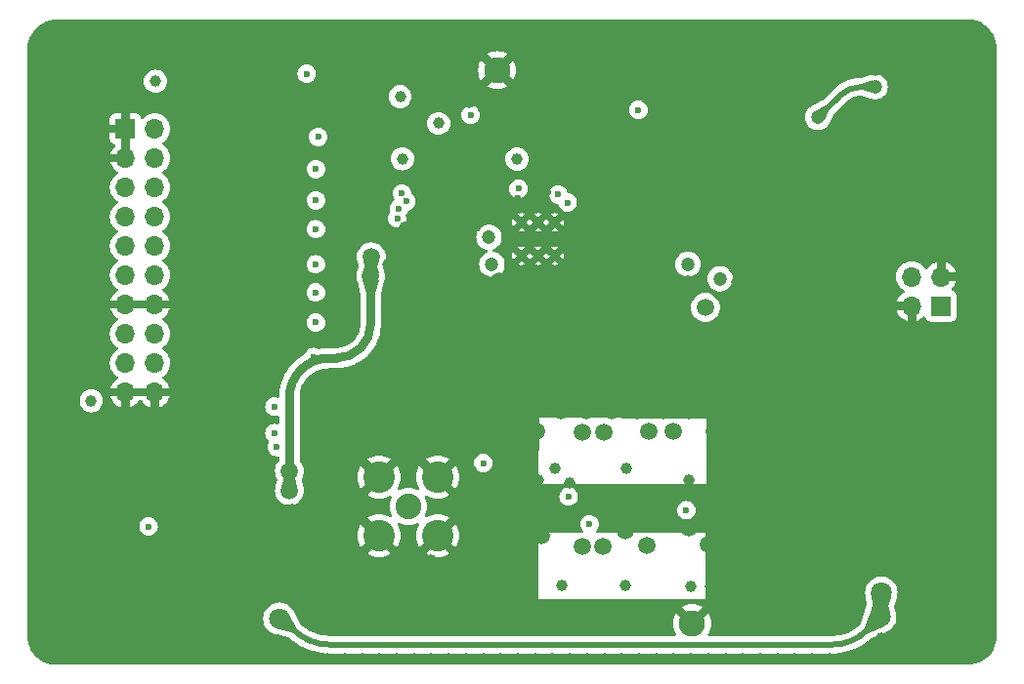
<source format=gbr>
%TF.GenerationSoftware,KiCad,Pcbnew,8.0.9-8.0.9-0~ubuntu22.04.1*%
%TF.CreationDate,2025-06-08T18:36:03+02:00*%
%TF.ProjectId,LO_synth_ADF4351_module,4c4f5f73-796e-4746-985f-414446343335,rev?*%
%TF.SameCoordinates,Original*%
%TF.FileFunction,Copper,L2,Inr*%
%TF.FilePolarity,Positive*%
%FSLAX46Y46*%
G04 Gerber Fmt 4.6, Leading zero omitted, Abs format (unit mm)*
G04 Created by KiCad (PCBNEW 8.0.9-8.0.9-0~ubuntu22.04.1) date 2025-06-08 18:36:03*
%MOMM*%
%LPD*%
G01*
G04 APERTURE LIST*
%TA.AperFunction,ComponentPad*%
%ADD10C,2.286000*%
%TD*%
%TA.AperFunction,HeatsinkPad*%
%ADD11C,0.600000*%
%TD*%
%TA.AperFunction,ComponentPad*%
%ADD12R,1.700000X1.700000*%
%TD*%
%TA.AperFunction,ComponentPad*%
%ADD13O,1.700000X1.700000*%
%TD*%
%TA.AperFunction,ComponentPad*%
%ADD14C,2.240000*%
%TD*%
%TA.AperFunction,ComponentPad*%
%ADD15C,2.740000*%
%TD*%
%TA.AperFunction,ViaPad*%
%ADD16C,1.800000*%
%TD*%
%TA.AperFunction,ViaPad*%
%ADD17C,1.000000*%
%TD*%
%TA.AperFunction,ViaPad*%
%ADD18C,1.500000*%
%TD*%
%TA.AperFunction,ViaPad*%
%ADD19C,0.800000*%
%TD*%
%TA.AperFunction,ViaPad*%
%ADD20C,0.600000*%
%TD*%
%TA.AperFunction,ViaPad*%
%ADD21C,5.000000*%
%TD*%
%TA.AperFunction,ViaPad*%
%ADD22C,0.700000*%
%TD*%
%TA.AperFunction,ViaPad*%
%ADD23C,1.200000*%
%TD*%
%TA.AperFunction,Conductor*%
%ADD24C,1.000000*%
%TD*%
%TA.AperFunction,Conductor*%
%ADD25C,0.520000*%
%TD*%
%TA.AperFunction,Conductor*%
%ADD26C,0.762000*%
%TD*%
%TA.AperFunction,Conductor*%
%ADD27C,0.254000*%
%TD*%
G04 APERTURE END LIST*
D10*
%TO.N,GND*%
%TO.C,J3*%
X104200000Y-37900000D03*
X121100000Y-85900000D03*
%TD*%
D11*
%TO.N,GND*%
%TO.C,U2*%
X106300000Y-51112500D03*
X106300000Y-54012500D03*
X107750000Y-51112500D03*
X107750000Y-54012500D03*
X109200000Y-51112500D03*
X109200000Y-54012500D03*
%TD*%
D12*
%TO.N,GND*%
%TO.C,J1*%
X72000000Y-43000000D03*
D13*
%TO.N,unconnected-(J1-Pin_2-Pad2)*%
X74540000Y-43000000D03*
%TO.N,GND*%
X72000000Y-45540000D03*
%TO.N,Fref_IN*%
X74540000Y-45540000D03*
%TO.N,Mute_RF*%
X72000000Y-48080000D03*
%TO.N,LD*%
X74540000Y-48080000D03*
%TO.N,DATA*%
X72000000Y-50620000D03*
%TO.N,CLK*%
X74540000Y-50620000D03*
%TO.N,CE*%
X72000000Y-53160000D03*
%TO.N,LE*%
X74540000Y-53160000D03*
%TO.N,unconnected-(J1-Pin_11-Pad11)*%
X72000000Y-55700000D03*
%TO.N,MUX*%
X74540000Y-55700000D03*
%TO.N,GND*%
X72000000Y-58240000D03*
X74540000Y-58240000D03*
%TO.N,LO_Buff_EN*%
X72000000Y-60780000D03*
%TO.N,~{RX_{EN}}*%
X74540000Y-60780000D03*
%TO.N,I2C_SCL*%
X72000000Y-63320000D03*
%TO.N,I2C_SDA*%
X74540000Y-63320000D03*
%TO.N,GND*%
X72000000Y-65860000D03*
X74540000Y-65860000D03*
%TD*%
D12*
%TO.N,Net-(J101-Pin_1)*%
%TO.C,J101*%
X142675000Y-58375000D03*
D13*
%TO.N,GND*%
X142675000Y-55835000D03*
X140135000Y-58375000D03*
%TO.N,Net-(J101-Pin_4)*%
X140135000Y-55835000D03*
%TD*%
D14*
%TO.N,Net-(J2-In)*%
%TO.C,J2*%
X96500000Y-75750000D03*
D15*
%TO.N,GND*%
X93960000Y-73210000D03*
X93960000Y-78290000D03*
X99040000Y-73210000D03*
X99040000Y-78290000D03*
%TD*%
D16*
%TO.N,/3V8*%
X85336136Y-85500000D03*
X137400000Y-85350000D03*
D17*
X69037500Y-66600000D03*
X74600000Y-38862500D03*
D16*
X137500000Y-83250000D03*
D17*
%TO.N,GND*%
X101000000Y-70000000D03*
X89800000Y-58250000D03*
X126100000Y-72000000D03*
D18*
X124414433Y-85800000D03*
D17*
X85000000Y-89000000D03*
X78000000Y-58600000D03*
X83500000Y-89000000D03*
D18*
X145700000Y-45100000D03*
D17*
X105050000Y-80950000D03*
X75400000Y-70600000D03*
D18*
X116891658Y-35600000D03*
D17*
X121000000Y-89000000D03*
D19*
X97800000Y-35400000D03*
D17*
X100500000Y-44062500D03*
D18*
X116365380Y-67500000D03*
D17*
X89500000Y-89000000D03*
D18*
X67000000Y-42382352D03*
D17*
X88250000Y-79500000D03*
D18*
X138241176Y-35600000D03*
D17*
X102400000Y-51500000D03*
D20*
X83750000Y-54500000D03*
D17*
X119500000Y-62250000D03*
X109000000Y-89000000D03*
X120800000Y-73500000D03*
X84700000Y-78500000D03*
D20*
X85750000Y-51750000D03*
D18*
X117797057Y-85900000D03*
D17*
X124250000Y-82350000D03*
D18*
X129304807Y-85800000D03*
X118576918Y-67500000D03*
X113400000Y-79200000D03*
D17*
X98800000Y-40200000D03*
D20*
X85500000Y-57000000D03*
D17*
X98700000Y-56000000D03*
X105050000Y-77550000D03*
X80500000Y-81500000D03*
D18*
X103125935Y-85900000D03*
D20*
X81203284Y-37994963D03*
D17*
X124500000Y-70750000D03*
D18*
X145700000Y-53400000D03*
D17*
X73000000Y-89000000D03*
D18*
X76650000Y-86500000D03*
X114323528Y-38000000D03*
D17*
X118750000Y-46000000D03*
X94000000Y-89000000D03*
X88250000Y-81250000D03*
X82000000Y-72900000D03*
D18*
X116764704Y-38000000D03*
D17*
X67125000Y-62900000D03*
D18*
X107000000Y-38000000D03*
D17*
X128550000Y-70200000D03*
X102000000Y-72750000D03*
D20*
X106000000Y-49000000D03*
D17*
X89750000Y-50500000D03*
D18*
X90500000Y-69356618D03*
D17*
X114600000Y-41300000D03*
X102000000Y-80550000D03*
D21*
X142500000Y-40000000D03*
D17*
X104300000Y-61000000D03*
X80600000Y-63500000D03*
X91900000Y-59000000D03*
X105600000Y-44200000D03*
X67200000Y-66700000D03*
D18*
X67000000Y-52147056D03*
D17*
X99250000Y-70000000D03*
X103700000Y-77200000D03*
X120100000Y-40500000D03*
X92400000Y-81500000D03*
X139000000Y-89000000D03*
D20*
X83600000Y-38200000D03*
D18*
X143300000Y-77600000D03*
D20*
X108250000Y-41250000D03*
D18*
X65000000Y-54764712D03*
D19*
X88248152Y-35400000D03*
D20*
X85750000Y-54500000D03*
D18*
X134500000Y-73544120D03*
X117350000Y-69250000D03*
X123250000Y-63250000D03*
X109727772Y-35600000D03*
X128882360Y-38000000D03*
D20*
X122300000Y-75700000D03*
X82000000Y-59750000D03*
D18*
X74400000Y-84500000D03*
D17*
X80500000Y-89000000D03*
D18*
X114503696Y-35600000D03*
D17*
X96400000Y-59400000D03*
D18*
X114153842Y-67500000D03*
D17*
X88000000Y-89000000D03*
D18*
X143400000Y-68600000D03*
X145700000Y-58282352D03*
X145600000Y-77600000D03*
X104900000Y-69900000D03*
D20*
X108627000Y-48500000D03*
D17*
X69000000Y-72800000D03*
D20*
X102000000Y-48500000D03*
D17*
X117950000Y-44100000D03*
X89750000Y-52750000D03*
X111500000Y-48800000D03*
X99400000Y-81500000D03*
D18*
X134400000Y-37900000D03*
X121667582Y-35600000D03*
D17*
X137500000Y-89000000D03*
X76000000Y-89000000D03*
D18*
X90500000Y-78952206D03*
X130750000Y-75058824D03*
X107339810Y-35600000D03*
D17*
X121750000Y-47500000D03*
X82500000Y-81500000D03*
X110300000Y-44900000D03*
X83900000Y-43900000D03*
X96500000Y-78300000D03*
D20*
X117900000Y-57300000D03*
D18*
X145700000Y-73200000D03*
X130750000Y-65000000D03*
D20*
X117750000Y-46250000D03*
D18*
X119279620Y-35600000D03*
D17*
X101600000Y-79000000D03*
D18*
X100884614Y-67500000D03*
D17*
X127000000Y-89000000D03*
D18*
X105571122Y-85900000D03*
X111882352Y-38000000D03*
D17*
X77400000Y-61200000D03*
D18*
X121647056Y-38000000D03*
X130750000Y-72441176D03*
D17*
X76500000Y-50500000D03*
D18*
X133607392Y-35600000D03*
D17*
X100800000Y-61000000D03*
X121400000Y-44100000D03*
X82000000Y-89000000D03*
X80500000Y-80200000D03*
X131050000Y-62100000D03*
D18*
X65000000Y-66970592D03*
X134500000Y-85750000D03*
D20*
X100500000Y-48500000D03*
D17*
X102000000Y-71050000D03*
D18*
X130750000Y-77500000D03*
D17*
X115500000Y-57500000D03*
X126800000Y-40300000D03*
X132300000Y-49600000D03*
D18*
X65000000Y-44882352D03*
D17*
X94750000Y-61500000D03*
D18*
X109441176Y-38000000D03*
D17*
X133000000Y-89000000D03*
X109800000Y-82600000D03*
D19*
X83472228Y-35400000D03*
D17*
X77887500Y-50500000D03*
X112000000Y-89000000D03*
X131000000Y-59850000D03*
D18*
X134500000Y-63779416D03*
X126441176Y-38000000D03*
X93345187Y-85900000D03*
X107600000Y-69250000D03*
D20*
X128300000Y-48400000D03*
X84800000Y-71800000D03*
D17*
X126000000Y-79650000D03*
D18*
X65000000Y-64529416D03*
D17*
X116500000Y-89000000D03*
D18*
X125000000Y-65250000D03*
D19*
X71532418Y-35400000D03*
D18*
X130750000Y-67441176D03*
D17*
X86500000Y-89000000D03*
X94150000Y-81500000D03*
D18*
X65000000Y-69411768D03*
D17*
X98500000Y-80400000D03*
X97000000Y-89000000D03*
X113900000Y-62000000D03*
X140500000Y-89000000D03*
X95750000Y-62500000D03*
X124500000Y-62250000D03*
D18*
X120788456Y-67500000D03*
D17*
X67225000Y-55800000D03*
X110400000Y-77300000D03*
X96200000Y-51519000D03*
X89900000Y-84300000D03*
X102600000Y-61000000D03*
D18*
X124500000Y-58000000D03*
D17*
X102000000Y-74150000D03*
D18*
X69000000Y-36426472D03*
X145700000Y-60723528D03*
D17*
X116200000Y-46200000D03*
X76500000Y-47750000D03*
X113500000Y-57500000D03*
D18*
X108016309Y-85900000D03*
D17*
X134500000Y-89000000D03*
X93800000Y-75800000D03*
D19*
X100187962Y-35400000D03*
D17*
X125500000Y-81200000D03*
D18*
X88300000Y-85900000D03*
D17*
X128250000Y-53000000D03*
X113500000Y-89000000D03*
X97500000Y-70000000D03*
D18*
X65000000Y-42441176D03*
D17*
X110500000Y-89000000D03*
X126500000Y-53000000D03*
X92250000Y-70000000D03*
D18*
X134500000Y-51455880D03*
D20*
X82250000Y-49000000D03*
D17*
X95500000Y-89000000D03*
D18*
X143400000Y-73200000D03*
D17*
X124800000Y-46500000D03*
X125500000Y-89000000D03*
D20*
X84000000Y-57000000D03*
D18*
X145700000Y-55841176D03*
D17*
X67200000Y-69900000D03*
D18*
X90500000Y-66957721D03*
X98235561Y-85900000D03*
X145700000Y-47800000D03*
X67000000Y-37500000D03*
D17*
X110500000Y-73750000D03*
X95750000Y-70000000D03*
D18*
X145700000Y-68600000D03*
X143200000Y-47800000D03*
X65000000Y-62088240D03*
X119450000Y-69250000D03*
D22*
X109200000Y-52600000D03*
D17*
X70000000Y-87000000D03*
D18*
X112115734Y-35600000D03*
X65000000Y-40000000D03*
D17*
X102000000Y-44062500D03*
X89500000Y-55800000D03*
X136000000Y-89000000D03*
X104050000Y-78500000D03*
X91000000Y-89000000D03*
X75400000Y-69000000D03*
D18*
X90900000Y-85900000D03*
D17*
X88250000Y-77750000D03*
X123000000Y-51500000D03*
D20*
X81000000Y-42200000D03*
D18*
X117200000Y-79150000D03*
D20*
X123550000Y-77750000D03*
D17*
X106000000Y-89000000D03*
D18*
X86400000Y-76293750D03*
D17*
X78000000Y-55600000D03*
D18*
X65000000Y-49764704D03*
X123000000Y-67500000D03*
D17*
X79000000Y-89000000D03*
D18*
X67000000Y-49705880D03*
X134500000Y-75985296D03*
D17*
X99600000Y-51400000D03*
D18*
X68600000Y-75800000D03*
X90500000Y-74154412D03*
D17*
X110400000Y-46600000D03*
D18*
X123000000Y-69250000D03*
X90500000Y-81351103D03*
D17*
X90000000Y-47750000D03*
D18*
X70900000Y-77400000D03*
X112906683Y-85900000D03*
D17*
X125000000Y-56250000D03*
D18*
X122500000Y-79100000D03*
D17*
X93800000Y-39200000D03*
D21*
X142500000Y-83000000D03*
D17*
X124000000Y-89000000D03*
D20*
X84900000Y-68300000D03*
D17*
X91400000Y-39200000D03*
X115750000Y-56250000D03*
X102700000Y-78100000D03*
D20*
X85750000Y-59750000D03*
D17*
X119500000Y-64000000D03*
D18*
X134500000Y-49014704D03*
D17*
X103000000Y-89000000D03*
D18*
X109730766Y-67500000D03*
D19*
X95412038Y-35400000D03*
D18*
X104400000Y-56200000D03*
D19*
X90636114Y-35400000D03*
D17*
X89912500Y-61200000D03*
D18*
X67000000Y-39941176D03*
D20*
X81000000Y-43200000D03*
D17*
X119500000Y-89000000D03*
X142000000Y-88100000D03*
X126000000Y-78100000D03*
D18*
X110461496Y-85900000D03*
D17*
X110300000Y-43100000D03*
X126500000Y-51500000D03*
D20*
X114500000Y-46250000D03*
D17*
X88250000Y-74500000D03*
D18*
X100680748Y-85900000D03*
X120800000Y-77600000D03*
D17*
X100000000Y-89000000D03*
X122500000Y-89000000D03*
D18*
X126859620Y-85800000D03*
D17*
X103500000Y-82500000D03*
X100800000Y-81500000D03*
D18*
X90500000Y-71755515D03*
X128831468Y-35600000D03*
D17*
X74500000Y-89000000D03*
D20*
X78200000Y-37600000D03*
D17*
X95000000Y-80500000D03*
D18*
X113450000Y-69300000D03*
D17*
X91500000Y-84300000D03*
X88250000Y-72750000D03*
D18*
X134500000Y-46573528D03*
X119205880Y-38000000D03*
D20*
X104141720Y-49027070D03*
D18*
X98673076Y-67500000D03*
X95790374Y-85900000D03*
D17*
X78000000Y-47800000D03*
D20*
X81750000Y-51750000D03*
D17*
X118000000Y-89000000D03*
X119700000Y-44100000D03*
D19*
X76308342Y-35400000D03*
D17*
X77000000Y-44300000D03*
D20*
X84000000Y-59750000D03*
D17*
X71500000Y-88000000D03*
X74000000Y-76000000D03*
D18*
X111000000Y-55500000D03*
X65000000Y-71852944D03*
D17*
X98500000Y-89000000D03*
X120500000Y-46000000D03*
X84500000Y-81800000D03*
D18*
X65000000Y-59647064D03*
X90500000Y-76553309D03*
X134500000Y-80867648D03*
D17*
X101500000Y-89000000D03*
X91250000Y-60500000D03*
D18*
X126443506Y-35600000D03*
D17*
X103000000Y-79500000D03*
X97400000Y-40200000D03*
D18*
X90500000Y-64558824D03*
D17*
X101800000Y-40700000D03*
D18*
X115351870Y-85900000D03*
X145600000Y-75600000D03*
X104951848Y-35600000D03*
D17*
X77500000Y-89000000D03*
X94750000Y-54750000D03*
D20*
X82000000Y-57000000D03*
D17*
X128700000Y-45000000D03*
X107800000Y-73500000D03*
D18*
X134500000Y-68661768D03*
D17*
X96500000Y-73100000D03*
D18*
X134500000Y-71102944D03*
D17*
X103750000Y-44062500D03*
X126150000Y-73750000D03*
D20*
X84800000Y-38000000D03*
D18*
X134500000Y-61338240D03*
X131750000Y-85800000D03*
X134500000Y-41691176D03*
D17*
X115700000Y-62000000D03*
D18*
X108050000Y-78300000D03*
X134500000Y-78426472D03*
D17*
X71000000Y-70500000D03*
X124900000Y-50100000D03*
D22*
X107700000Y-52600000D03*
D17*
X91500000Y-43900000D03*
X124700000Y-40300000D03*
X77250000Y-70750000D03*
D18*
X96461538Y-67500000D03*
D17*
X131500000Y-89000000D03*
D20*
X82250000Y-46250000D03*
D17*
X110400000Y-41300000D03*
X77250000Y-69000000D03*
D18*
X67000000Y-47264704D03*
D17*
X121750000Y-49000000D03*
D18*
X135800000Y-35600000D03*
D19*
X81084266Y-35400000D03*
D17*
X105700000Y-59600000D03*
D18*
X102563886Y-35600000D03*
D17*
X96700000Y-80500000D03*
X124750000Y-51500000D03*
D18*
X130750000Y-82441176D03*
D22*
X106400000Y-52600000D03*
D18*
X67000000Y-44823528D03*
D20*
X115700000Y-55300000D03*
D18*
X105307690Y-67500000D03*
D17*
X94000000Y-70000000D03*
X97200000Y-56000000D03*
D18*
X145700000Y-66000000D03*
X111942304Y-67500000D03*
X115350000Y-77850000D03*
X65000000Y-52205880D03*
D17*
X90300000Y-43900000D03*
X128500000Y-89000000D03*
D20*
X85750000Y-49000000D03*
D17*
X115000000Y-89000000D03*
D19*
X73920380Y-35400000D03*
D17*
X115300000Y-82600000D03*
D18*
X130750000Y-70000000D03*
X116750000Y-63000000D03*
X131219430Y-35600000D03*
X116000000Y-53000000D03*
X118750000Y-60250000D03*
D20*
X81750000Y-54500000D03*
D17*
X102350000Y-83750000D03*
X86300000Y-81800000D03*
X99100000Y-61000000D03*
D18*
X66600000Y-74000000D03*
D17*
X67125000Y-60600000D03*
X137000000Y-37900000D03*
X102100000Y-56000000D03*
D18*
X131250000Y-38000000D03*
D17*
X90600000Y-41500000D03*
D18*
X79198130Y-86500000D03*
D20*
X104700000Y-72250000D03*
D17*
X123350000Y-73450000D03*
D18*
X134500000Y-66220592D03*
X143300000Y-66000000D03*
X143300000Y-75600000D03*
D17*
X92500000Y-89000000D03*
D18*
X103096152Y-67500000D03*
X143500000Y-52700000D03*
X94250000Y-67500000D03*
D17*
X130000000Y-89000000D03*
X76500000Y-72500000D03*
D20*
X121500000Y-46250000D03*
X84000000Y-46250000D03*
D17*
X97650000Y-81500000D03*
X82900000Y-78600000D03*
D18*
X81650000Y-86500000D03*
D17*
X122700000Y-82700000D03*
X80500000Y-78700000D03*
X127200000Y-77250000D03*
D20*
X97750000Y-48500000D03*
X117000000Y-40500000D03*
X84000000Y-49000000D03*
D18*
X107519228Y-67500000D03*
D17*
X78600000Y-42400000D03*
D21*
X69500000Y-83000000D03*
D18*
X111600000Y-69300000D03*
D17*
X79000000Y-72500000D03*
D18*
X134500000Y-44132352D03*
X65000000Y-47323528D03*
X134500000Y-58897064D03*
D20*
X85750000Y-46250000D03*
D17*
X126250000Y-62250000D03*
X143500000Y-87000000D03*
X116300000Y-44100000D03*
D18*
X73600000Y-79400000D03*
X124055544Y-35600000D03*
D17*
X100400000Y-56000000D03*
X82050000Y-77300000D03*
D20*
X85800000Y-38000000D03*
D18*
X134500000Y-53897056D03*
D17*
X88250000Y-76250000D03*
X97600000Y-59900000D03*
D18*
X84000000Y-87500000D03*
D17*
X111200000Y-62000000D03*
X103600000Y-74200000D03*
D20*
X106000000Y-57600000D03*
D18*
X111550000Y-79200000D03*
D17*
X109250000Y-72450000D03*
D20*
X84000000Y-51750000D03*
D17*
X83800000Y-77300000D03*
D18*
X74400000Y-81900000D03*
D20*
X99250000Y-48500000D03*
D19*
X85860190Y-35400000D03*
D18*
X124000000Y-38000000D03*
D17*
X115400000Y-72500000D03*
D18*
X120750000Y-56500000D03*
X65000000Y-57205888D03*
D17*
X104500000Y-89000000D03*
X130800000Y-48100000D03*
D18*
X130750000Y-80000000D03*
D17*
X107500000Y-89000000D03*
D20*
X111825001Y-65325001D03*
X105500000Y-73050000D03*
D17*
X95900000Y-81500000D03*
X120950000Y-82700000D03*
D18*
X112750000Y-63000000D03*
D17*
X80500000Y-77200000D03*
D18*
X134500000Y-56338232D03*
X134500000Y-83308824D03*
D17*
X137500000Y-87200000D03*
D20*
X112000000Y-41250000D03*
D19*
X78696304Y-35400000D03*
D17*
X77987500Y-53200000D03*
D19*
X93024076Y-35400000D03*
D20*
%TO.N,Net-(U2-LD)*%
X110313137Y-49391962D03*
X88700000Y-43700000D03*
%TO.N,3V3_ADF*%
X88300000Y-62800000D03*
D18*
X93300000Y-54100000D03*
X93250000Y-55800000D03*
X86200000Y-72700000D03*
X86200000Y-74400000D03*
X122250000Y-58500000D03*
D20*
X103000000Y-72000000D03*
%TO.N,Net-(U2-MUXOUT)*%
X88500000Y-59800000D03*
X106048624Y-48201376D03*
%TO.N,Net-(U2-PDB_{RF})*%
X109500000Y-48700000D03*
X88500000Y-46500000D03*
%TO.N,Net-(U2-CE)*%
X95544902Y-50763453D03*
X88500000Y-57200000D03*
%TO.N,Net-(U2-LE)*%
X88500000Y-54750000D03*
X95685421Y-49900000D03*
%TO.N,Net-(U2-DATA)*%
X96338193Y-49300000D03*
X88500000Y-51700000D03*
%TO.N,Net-(U2-CLK)*%
X95945142Y-48603211D03*
X88500000Y-49200000D03*
D17*
%TO.N,Net-(U2-REF_{IN})*%
X105925000Y-45619000D03*
D20*
%TO.N,Net-(C36-Pad2)*%
X112200000Y-77300000D03*
X74000000Y-77500000D03*
%TO.N,Net-(U101-Vcc)*%
X120600000Y-76100000D03*
D23*
%TO.N,Net-(U2-CP_{OUT})*%
X120750000Y-54750000D03*
X103750000Y-54750000D03*
D20*
%TO.N,LO_Buff_EN*%
X116450000Y-41350000D03*
D23*
%TO.N,/5V6*%
X132000000Y-42000000D03*
X136950000Y-39350000D03*
%TO.N,Net-(U2-SW)*%
X103496325Y-52403675D03*
X123500000Y-56000000D03*
D20*
%TO.N,Net-(U7-A2)*%
X84900000Y-67100000D03*
%TO.N,Net-(U7-A1)*%
X84900000Y-69400000D03*
%TO.N,Net-(U7-A0)*%
X85100000Y-70600000D03*
%TO.N,Fref_IN*%
X101900000Y-41800000D03*
D17*
%TO.N,V_VCTCXO*%
X95800000Y-40200000D03*
%TO.N,Net-(U8-VDD)*%
X99131679Y-42531379D03*
%TO.N,VCTCXO_Out*%
X96000000Y-45600000D03*
D20*
%TO.N,3V3_VCTCXO*%
X87702297Y-38223000D03*
%TO.N,/3V3_LS*%
X110400000Y-74900000D03*
%TD*%
D24*
%TO.N,/3V8*%
X137400000Y-85350000D02*
X137400000Y-83000000D01*
D25*
X86575000Y-86475000D02*
X85300000Y-85200000D01*
X89653122Y-87750000D02*
X133302943Y-87750000D01*
X136200000Y-86550000D02*
X137400000Y-85350000D01*
X136200000Y-86550000D02*
G75*
G02*
X133302943Y-87750018I-2897100J2897100D01*
G01*
X86575000Y-86475000D02*
G75*
G03*
X89653122Y-87749991I3078100J3078100D01*
G01*
D26*
%TO.N,3V3_ADF*%
X89614213Y-62900000D02*
X90262563Y-62900000D01*
X86200000Y-74400000D02*
X86200000Y-66314213D01*
D27*
X93300000Y-54100000D02*
X93275000Y-54125000D01*
D26*
X93250000Y-54185355D02*
X93250000Y-55800000D01*
X93250000Y-55800000D02*
X93250000Y-59912563D01*
D27*
X93250000Y-54185355D02*
G75*
G02*
X93275013Y-54125013I85400J-45D01*
G01*
D26*
X87200000Y-63900000D02*
G75*
G02*
X89614213Y-62900006I2414200J-2414200D01*
G01*
X92375000Y-62025000D02*
G75*
G02*
X90262563Y-62899955I-2112400J2112500D01*
G01*
X87200000Y-63900000D02*
G75*
G03*
X86200006Y-66314213I2414200J-2414200D01*
G01*
X92375000Y-62025000D02*
G75*
G03*
X93249955Y-59912563I-2112500J2112400D01*
G01*
D25*
%TO.N,/5V6*%
X133836827Y-40163172D02*
X132000000Y-42000000D01*
X136950000Y-39350000D02*
X135800000Y-39350000D01*
X135800000Y-39350000D02*
G75*
G03*
X133836837Y-40163182I0J-2776300D01*
G01*
%TD*%
%TA.AperFunction,Conductor*%
%TO.N,GND*%
G36*
X74139901Y-57932993D02*
G01*
X74074075Y-58047007D01*
X74040000Y-58174174D01*
X74040000Y-58305826D01*
X74074075Y-58432993D01*
X74139901Y-58547007D01*
X74207894Y-58615000D01*
X72332106Y-58615000D01*
X72400099Y-58547007D01*
X72465925Y-58432993D01*
X72500000Y-58305826D01*
X72500000Y-58174174D01*
X72465925Y-58047007D01*
X72400099Y-57932993D01*
X72332106Y-57865000D01*
X74207894Y-57865000D01*
X74139901Y-57932993D01*
G37*
%TD.AperFunction*%
%TA.AperFunction,Conductor*%
G36*
X144809367Y-33500497D02*
G01*
X144825049Y-33502242D01*
X144825070Y-33502019D01*
X144833155Y-33502752D01*
X144833164Y-33502754D01*
X144886388Y-33500600D01*
X144891391Y-33500500D01*
X144921994Y-33500500D01*
X144923893Y-33500517D01*
X145179333Y-33504892D01*
X145193532Y-33505955D01*
X145464376Y-33541973D01*
X145478380Y-33544662D01*
X145743299Y-33611545D01*
X145756885Y-33615820D01*
X146012372Y-33712681D01*
X146025384Y-33718491D01*
X146268054Y-33844048D01*
X146280323Y-33851320D01*
X146506957Y-34003903D01*
X146518306Y-34012531D01*
X146725936Y-34190145D01*
X146736214Y-34200016D01*
X146922068Y-34400290D01*
X146931143Y-34411272D01*
X147007462Y-34515291D01*
X147092773Y-34631567D01*
X147100535Y-34643533D01*
X147235795Y-34880923D01*
X147242131Y-34893701D01*
X147349234Y-35145048D01*
X147354061Y-35158469D01*
X147431591Y-35420445D01*
X147434846Y-35434331D01*
X147481784Y-35703494D01*
X147483422Y-35717663D01*
X147499295Y-35993132D01*
X147499500Y-36000265D01*
X147499500Y-86996249D01*
X147499274Y-87003736D01*
X147481728Y-87293794D01*
X147479923Y-87308659D01*
X147428219Y-87590798D01*
X147424635Y-87605336D01*
X147339306Y-87879167D01*
X147333997Y-87893168D01*
X147216275Y-88154736D01*
X147209316Y-88167995D01*
X147060928Y-88413459D01*
X147052422Y-88425782D01*
X146875526Y-88651573D01*
X146865596Y-88662781D01*
X146662781Y-88865596D01*
X146651573Y-88875526D01*
X146425782Y-89052422D01*
X146413459Y-89060928D01*
X146167995Y-89209316D01*
X146154736Y-89216275D01*
X145893168Y-89333997D01*
X145879167Y-89339306D01*
X145605336Y-89424635D01*
X145590798Y-89428219D01*
X145308659Y-89479923D01*
X145293794Y-89481728D01*
X145003736Y-89499274D01*
X144996249Y-89499500D01*
X66190733Y-89499500D01*
X66175055Y-89497757D01*
X66175035Y-89497980D01*
X66166941Y-89497246D01*
X66166935Y-89497246D01*
X66113704Y-89499399D01*
X66108695Y-89499500D01*
X66078287Y-89499500D01*
X66076164Y-89499482D01*
X66063077Y-89499257D01*
X65820498Y-89495103D01*
X65806275Y-89494039D01*
X65535166Y-89457984D01*
X65521160Y-89455294D01*
X65255984Y-89388346D01*
X65242378Y-89384065D01*
X64986641Y-89287108D01*
X64973618Y-89281293D01*
X64730717Y-89155616D01*
X64718446Y-89148343D01*
X64491571Y-88995594D01*
X64480218Y-88986962D01*
X64338342Y-88865596D01*
X64272386Y-88809174D01*
X64262102Y-88799297D01*
X64076066Y-88598823D01*
X64066982Y-88587828D01*
X63905197Y-88367318D01*
X63897435Y-88355352D01*
X63790685Y-88167995D01*
X63762037Y-88117715D01*
X63755706Y-88104947D01*
X63729893Y-88044368D01*
X63648493Y-87853332D01*
X63643670Y-87839922D01*
X63566055Y-87577650D01*
X63562806Y-87563782D01*
X63515825Y-87294341D01*
X63514188Y-87280175D01*
X63505088Y-87122215D01*
X63500705Y-87046121D01*
X63500500Y-87038990D01*
X63500500Y-85499993D01*
X83930836Y-85499993D01*
X83930836Y-85500006D01*
X83950000Y-85731297D01*
X83950002Y-85731308D01*
X84006978Y-85956300D01*
X84100211Y-86168848D01*
X84227152Y-86363147D01*
X84227155Y-86363151D01*
X84227157Y-86363153D01*
X84384352Y-86533913D01*
X84384355Y-86533915D01*
X84384358Y-86533918D01*
X84567501Y-86676464D01*
X84567507Y-86676468D01*
X84567510Y-86676470D01*
X84771633Y-86786936D01*
X84885623Y-86826068D01*
X84991151Y-86862297D01*
X84991153Y-86862297D01*
X84991155Y-86862298D01*
X85158304Y-86890190D01*
X85166263Y-86891787D01*
X86112340Y-87114141D01*
X86171649Y-87147170D01*
X86179307Y-87154828D01*
X86484855Y-87415792D01*
X86484862Y-87415797D01*
X86809950Y-87651987D01*
X87152567Y-87861942D01*
X87510601Y-88044368D01*
X87793568Y-88161576D01*
X87881849Y-88198143D01*
X88182995Y-88295990D01*
X88264007Y-88322313D01*
X88654736Y-88416117D01*
X88654740Y-88416117D01*
X88654750Y-88416120D01*
X89051606Y-88478973D01*
X89051619Y-88478975D01*
X89452211Y-88510501D01*
X89653126Y-88510500D01*
X133223014Y-88510500D01*
X133223019Y-88510501D01*
X133251568Y-88510500D01*
X133251630Y-88510518D01*
X133302951Y-88510517D01*
X133302951Y-88510518D01*
X133493805Y-88510516D01*
X133874335Y-88480564D01*
X134251343Y-88420849D01*
X134622503Y-88331738D01*
X134985528Y-88213782D01*
X135338179Y-88067707D01*
X135678282Y-87894414D01*
X136003741Y-87694971D01*
X136312548Y-87470608D01*
X136602801Y-87222709D01*
X136637294Y-87188215D01*
X136678241Y-87161039D01*
X137924033Y-86654150D01*
X137924032Y-86654148D01*
X137960054Y-86639492D01*
X137959992Y-86639377D01*
X137964503Y-86636936D01*
X138168626Y-86526470D01*
X138351784Y-86383913D01*
X138508979Y-86213153D01*
X138635924Y-86018849D01*
X138729157Y-85806300D01*
X138786134Y-85581305D01*
X138786135Y-85581297D01*
X138805300Y-85350006D01*
X138805300Y-85349993D01*
X138786135Y-85118702D01*
X138786131Y-85118682D01*
X138729159Y-84893708D01*
X138729157Y-84893700D01*
X138724108Y-84882191D01*
X138716759Y-84859917D01*
X138621522Y-84441725D01*
X138623672Y-84378502D01*
X138812558Y-83750031D01*
X138814277Y-83743664D01*
X138820427Y-83726199D01*
X138829157Y-83706300D01*
X138886134Y-83481305D01*
X138905300Y-83250000D01*
X138905300Y-83249993D01*
X138886135Y-83018702D01*
X138886133Y-83018691D01*
X138829157Y-82793699D01*
X138735924Y-82581151D01*
X138608983Y-82386852D01*
X138608980Y-82386849D01*
X138608979Y-82386847D01*
X138451784Y-82216087D01*
X138451779Y-82216083D01*
X138451777Y-82216081D01*
X138268634Y-82073535D01*
X138268628Y-82073531D01*
X138064504Y-81963064D01*
X138064495Y-81963061D01*
X137844984Y-81887702D01*
X137673282Y-81859050D01*
X137616049Y-81849500D01*
X137383951Y-81849500D01*
X137338164Y-81857140D01*
X137155015Y-81887702D01*
X136935504Y-81963061D01*
X136935495Y-81963064D01*
X136731371Y-82073531D01*
X136731365Y-82073535D01*
X136548222Y-82216081D01*
X136548219Y-82216084D01*
X136391016Y-82386852D01*
X136264075Y-82581151D01*
X136170842Y-82793699D01*
X136113866Y-83018691D01*
X136113864Y-83018702D01*
X136094700Y-83249993D01*
X136094700Y-83250006D01*
X136113865Y-83481301D01*
X136149960Y-83623838D01*
X136152029Y-83633670D01*
X136161277Y-83688541D01*
X136161278Y-83688542D01*
X136237462Y-84140598D01*
X136236090Y-84188739D01*
X136086899Y-84843841D01*
X136080927Y-84862852D01*
X135958943Y-85164023D01*
X135598842Y-86053073D01*
X135567186Y-86098399D01*
X135424143Y-86228047D01*
X135414736Y-86235767D01*
X135161528Y-86423561D01*
X135151410Y-86430322D01*
X134881003Y-86592398D01*
X134870271Y-86598134D01*
X134585294Y-86732920D01*
X134574052Y-86737577D01*
X134277232Y-86843783D01*
X134265587Y-86847316D01*
X133959773Y-86923921D01*
X133947838Y-86926295D01*
X133636003Y-86972553D01*
X133623894Y-86973746D01*
X133306333Y-86989351D01*
X133300247Y-86989500D01*
X122580727Y-86989500D01*
X122513688Y-86969815D01*
X122467933Y-86917011D01*
X122457989Y-86847853D01*
X122475000Y-86800710D01*
X122568450Y-86648213D01*
X122667417Y-86409285D01*
X122727788Y-86157820D01*
X122748079Y-85900000D01*
X122727788Y-85642179D01*
X122667417Y-85390714D01*
X122568450Y-85151786D01*
X122496291Y-85034036D01*
X121944159Y-85586167D01*
X121897570Y-85473690D01*
X121799076Y-85326283D01*
X121673717Y-85200924D01*
X121526310Y-85102430D01*
X121413830Y-85055839D01*
X121965962Y-84503707D01*
X121848213Y-84431549D01*
X121609285Y-84332582D01*
X121357820Y-84272211D01*
X121100000Y-84251920D01*
X120842179Y-84272211D01*
X120590714Y-84332582D01*
X120351786Y-84431549D01*
X120234036Y-84503707D01*
X120786169Y-85055839D01*
X120673690Y-85102430D01*
X120526283Y-85200924D01*
X120400924Y-85326283D01*
X120302430Y-85473690D01*
X120255839Y-85586168D01*
X119703707Y-85034036D01*
X119631549Y-85151786D01*
X119532582Y-85390714D01*
X119472211Y-85642179D01*
X119451920Y-85900000D01*
X119472211Y-86157820D01*
X119532582Y-86409285D01*
X119631549Y-86648213D01*
X119725000Y-86800710D01*
X119743245Y-86868156D01*
X119722129Y-86934758D01*
X119668357Y-86979372D01*
X119619273Y-86989500D01*
X89656169Y-86989500D01*
X89650085Y-86989351D01*
X89307060Y-86972500D01*
X89294950Y-86971307D01*
X88958257Y-86921365D01*
X88946322Y-86918991D01*
X88616147Y-86836288D01*
X88604502Y-86832756D01*
X88284011Y-86718083D01*
X88272769Y-86713426D01*
X87965072Y-86567898D01*
X87954339Y-86562161D01*
X87662386Y-86387171D01*
X87652269Y-86380411D01*
X87378873Y-86177648D01*
X87369466Y-86169928D01*
X87368276Y-86168849D01*
X87187582Y-86005077D01*
X87160830Y-85970388D01*
X87124245Y-85900000D01*
X86621103Y-84931965D01*
X86605465Y-84904072D01*
X86602820Y-84899354D01*
X86603199Y-84899141D01*
X86596867Y-84887705D01*
X86572060Y-84831151D01*
X86445119Y-84636852D01*
X86445116Y-84636849D01*
X86445115Y-84636847D01*
X86287920Y-84466087D01*
X86287915Y-84466083D01*
X86287913Y-84466081D01*
X86104770Y-84323535D01*
X86104764Y-84323531D01*
X85900640Y-84213064D01*
X85900631Y-84213061D01*
X85681120Y-84137702D01*
X85509418Y-84109050D01*
X85452185Y-84099500D01*
X85220087Y-84099500D01*
X85174300Y-84107140D01*
X84991151Y-84137702D01*
X84771640Y-84213061D01*
X84771631Y-84213064D01*
X84567507Y-84323531D01*
X84567501Y-84323535D01*
X84384358Y-84466081D01*
X84384355Y-84466084D01*
X84384352Y-84466086D01*
X84384352Y-84466087D01*
X84325403Y-84530122D01*
X84227152Y-84636852D01*
X84100211Y-84831151D01*
X84006978Y-85043699D01*
X83950002Y-85268691D01*
X83950000Y-85268702D01*
X83930836Y-85499993D01*
X63500500Y-85499993D01*
X63500500Y-77499996D01*
X73194435Y-77499996D01*
X73194435Y-77500003D01*
X73214630Y-77679249D01*
X73214631Y-77679254D01*
X73274211Y-77849523D01*
X73311177Y-77908353D01*
X73370184Y-78002262D01*
X73497738Y-78129816D01*
X73650478Y-78225789D01*
X73820745Y-78285368D01*
X73820750Y-78285369D01*
X73999996Y-78305565D01*
X74000000Y-78305565D01*
X74000004Y-78305565D01*
X74179249Y-78285369D01*
X74179252Y-78285368D01*
X74179255Y-78285368D01*
X74349522Y-78225789D01*
X74502262Y-78129816D01*
X74629816Y-78002262D01*
X74725789Y-77849522D01*
X74785368Y-77679255D01*
X74788718Y-77649522D01*
X74805565Y-77500003D01*
X74805565Y-77499996D01*
X74785369Y-77320750D01*
X74785368Y-77320745D01*
X74752338Y-77226350D01*
X74725789Y-77150478D01*
X74707106Y-77120745D01*
X74629815Y-76997737D01*
X74502262Y-76870184D01*
X74349523Y-76774211D01*
X74179254Y-76714631D01*
X74179249Y-76714630D01*
X74000004Y-76694435D01*
X73999996Y-76694435D01*
X73820750Y-76714630D01*
X73820745Y-76714631D01*
X73650476Y-76774211D01*
X73497737Y-76870184D01*
X73370184Y-76997737D01*
X73274211Y-77150476D01*
X73214631Y-77320745D01*
X73214630Y-77320750D01*
X73194435Y-77499996D01*
X63500500Y-77499996D01*
X63500500Y-66600000D01*
X68032159Y-66600000D01*
X68051475Y-66796129D01*
X68108688Y-66984733D01*
X68201586Y-67158532D01*
X68201590Y-67158539D01*
X68326616Y-67310883D01*
X68478960Y-67435909D01*
X68478967Y-67435913D01*
X68652766Y-67528811D01*
X68652769Y-67528811D01*
X68652773Y-67528814D01*
X68841368Y-67586024D01*
X69037500Y-67605341D01*
X69233632Y-67586024D01*
X69422227Y-67528814D01*
X69596038Y-67435910D01*
X69748383Y-67310883D01*
X69873410Y-67158538D01*
X69966314Y-66984727D01*
X70023524Y-66796132D01*
X70042841Y-66600000D01*
X70023524Y-66403868D01*
X69972298Y-66235000D01*
X70702858Y-66235000D01*
X70726566Y-66323483D01*
X70726570Y-66323492D01*
X70826399Y-66537578D01*
X70961894Y-66731082D01*
X71128917Y-66898105D01*
X71322421Y-67033600D01*
X71536507Y-67133429D01*
X71536516Y-67133433D01*
X71624999Y-67157142D01*
X72375000Y-67157142D01*
X72463483Y-67133433D01*
X72463492Y-67133429D01*
X72677578Y-67033600D01*
X72871082Y-66898105D01*
X73038105Y-66731082D01*
X73168425Y-66544968D01*
X73223002Y-66501344D01*
X73292501Y-66494151D01*
X73354855Y-66525673D01*
X73371575Y-66544968D01*
X73501894Y-66731082D01*
X73668917Y-66898105D01*
X73862421Y-67033600D01*
X74076507Y-67133429D01*
X74076516Y-67133433D01*
X74164999Y-67157142D01*
X74915000Y-67157142D01*
X75003483Y-67133433D01*
X75003492Y-67133429D01*
X75075190Y-67099996D01*
X84094435Y-67099996D01*
X84094435Y-67100003D01*
X84114630Y-67279249D01*
X84114631Y-67279254D01*
X84174211Y-67449523D01*
X84259981Y-67586024D01*
X84270184Y-67602262D01*
X84397738Y-67729816D01*
X84550478Y-67825789D01*
X84646456Y-67859373D01*
X84720745Y-67885368D01*
X84720750Y-67885369D01*
X84899996Y-67905565D01*
X84900000Y-67905565D01*
X84900004Y-67905565D01*
X85079249Y-67885369D01*
X85079252Y-67885368D01*
X85079255Y-67885368D01*
X85079256Y-67885367D01*
X85079259Y-67885367D01*
X85153544Y-67859373D01*
X85223323Y-67855810D01*
X85283951Y-67890539D01*
X85316178Y-67952532D01*
X85318500Y-67976414D01*
X85318500Y-68523585D01*
X85298815Y-68590624D01*
X85246011Y-68636379D01*
X85176853Y-68646323D01*
X85153546Y-68640627D01*
X85079257Y-68614632D01*
X85079249Y-68614630D01*
X84900004Y-68594435D01*
X84899996Y-68594435D01*
X84720750Y-68614630D01*
X84720745Y-68614631D01*
X84550476Y-68674211D01*
X84397737Y-68770184D01*
X84270184Y-68897737D01*
X84174211Y-69050476D01*
X84114631Y-69220745D01*
X84114630Y-69220750D01*
X84094435Y-69399996D01*
X84094435Y-69400003D01*
X84114630Y-69579249D01*
X84114631Y-69579254D01*
X84174211Y-69749523D01*
X84270184Y-69902262D01*
X84398514Y-70030592D01*
X84431999Y-70091915D01*
X84427015Y-70161607D01*
X84415827Y-70184244D01*
X84374212Y-70250474D01*
X84314631Y-70420745D01*
X84314630Y-70420750D01*
X84294435Y-70599996D01*
X84294435Y-70600003D01*
X84314630Y-70779249D01*
X84314631Y-70779254D01*
X84374211Y-70949523D01*
X84470184Y-71102262D01*
X84597738Y-71229816D01*
X84750478Y-71325789D01*
X84920745Y-71385368D01*
X84920750Y-71385369D01*
X85099996Y-71405565D01*
X85100000Y-71405565D01*
X85100003Y-71405565D01*
X85180616Y-71396482D01*
X85249438Y-71408536D01*
X85300818Y-71455885D01*
X85318500Y-71519702D01*
X85318500Y-71761662D01*
X85298815Y-71828701D01*
X85282181Y-71849343D01*
X85238402Y-71893121D01*
X85112900Y-72072357D01*
X85112898Y-72072361D01*
X85020426Y-72270668D01*
X85020422Y-72270677D01*
X84963793Y-72482020D01*
X84963793Y-72482024D01*
X84944723Y-72699997D01*
X84944723Y-72700002D01*
X84963793Y-72917975D01*
X84963793Y-72917979D01*
X85020422Y-73129322D01*
X85020424Y-73129326D01*
X85020425Y-73129330D01*
X85058041Y-73209998D01*
X85112898Y-73327639D01*
X85112900Y-73327643D01*
X85134434Y-73358396D01*
X85156761Y-73424602D01*
X85152952Y-73460400D01*
X85026217Y-73953259D01*
X85021861Y-73965432D01*
X85022276Y-73965583D01*
X85020425Y-73970668D01*
X84963793Y-74182020D01*
X84963793Y-74182023D01*
X84961866Y-74204047D01*
X84944723Y-74399997D01*
X84944723Y-74400002D01*
X84963793Y-74617975D01*
X84963793Y-74617979D01*
X85020422Y-74829322D01*
X85020424Y-74829326D01*
X85020425Y-74829330D01*
X85060539Y-74915354D01*
X85112897Y-75027638D01*
X85112898Y-75027639D01*
X85238402Y-75206877D01*
X85393123Y-75361598D01*
X85572361Y-75487102D01*
X85770670Y-75579575D01*
X85982023Y-75636207D01*
X86164926Y-75652208D01*
X86199998Y-75655277D01*
X86200000Y-75655277D01*
X86200002Y-75655277D01*
X86228254Y-75652805D01*
X86417977Y-75636207D01*
X86629330Y-75579575D01*
X86827639Y-75487102D01*
X87006877Y-75361598D01*
X87161598Y-75206877D01*
X87287102Y-75027639D01*
X87379575Y-74829330D01*
X87436207Y-74617977D01*
X87455277Y-74400000D01*
X87436207Y-74182023D01*
X87379575Y-73970670D01*
X87379573Y-73970665D01*
X87377720Y-73965573D01*
X87378143Y-73965418D01*
X87373779Y-73953255D01*
X87247046Y-73460399D01*
X87249415Y-73390571D01*
X87265565Y-73358396D01*
X87287102Y-73327639D01*
X87341959Y-73209998D01*
X92085223Y-73209998D01*
X92085223Y-73210001D01*
X92104306Y-73476810D01*
X92104307Y-73476817D01*
X92161163Y-73738181D01*
X92254643Y-73988812D01*
X92254645Y-73988816D01*
X92382833Y-74223575D01*
X92397072Y-74242596D01*
X93154107Y-73485561D01*
X93206740Y-73612626D01*
X93299762Y-73751844D01*
X93418156Y-73870238D01*
X93557374Y-73963260D01*
X93684437Y-74015891D01*
X92927401Y-74772926D01*
X92946423Y-74787166D01*
X93181183Y-74915354D01*
X93181187Y-74915356D01*
X93431818Y-75008836D01*
X93693182Y-75065692D01*
X93693189Y-75065693D01*
X93959999Y-75084777D01*
X93960001Y-75084777D01*
X94226810Y-75065693D01*
X94226817Y-75065692D01*
X94488181Y-75008836D01*
X94738812Y-74915356D01*
X94738816Y-74915354D01*
X94889912Y-74832849D01*
X94958184Y-74817997D01*
X95023649Y-74842413D01*
X95065521Y-74898347D01*
X95070505Y-74968038D01*
X95055071Y-75006463D01*
X95051659Y-75012030D01*
X95051656Y-75012036D01*
X94954049Y-75247681D01*
X94954044Y-75247698D01*
X94894502Y-75495710D01*
X94874489Y-75750000D01*
X94894502Y-76004289D01*
X94954044Y-76252301D01*
X94954049Y-76252318D01*
X95051656Y-76487963D01*
X95051658Y-76487966D01*
X95055068Y-76493531D01*
X95073310Y-76560977D01*
X95052193Y-76627579D01*
X94998420Y-76672191D01*
X94929064Y-76680649D01*
X94889912Y-76667150D01*
X94738816Y-76584645D01*
X94738812Y-76584643D01*
X94488181Y-76491163D01*
X94226817Y-76434307D01*
X94226810Y-76434306D01*
X93960001Y-76415223D01*
X93959999Y-76415223D01*
X93693189Y-76434306D01*
X93693182Y-76434307D01*
X93431818Y-76491163D01*
X93181187Y-76584643D01*
X93181183Y-76584645D01*
X92946418Y-76712837D01*
X92946415Y-76712839D01*
X92927402Y-76727071D01*
X92927401Y-76727072D01*
X93684437Y-77484108D01*
X93557374Y-77536740D01*
X93418156Y-77629762D01*
X93299762Y-77748156D01*
X93206740Y-77887374D01*
X93154108Y-78014437D01*
X92397072Y-77257401D01*
X92397071Y-77257402D01*
X92382839Y-77276415D01*
X92382837Y-77276418D01*
X92254645Y-77511183D01*
X92254643Y-77511187D01*
X92161163Y-77761818D01*
X92104307Y-78023182D01*
X92104306Y-78023189D01*
X92085223Y-78289998D01*
X92085223Y-78290001D01*
X92104306Y-78556810D01*
X92104307Y-78556817D01*
X92161163Y-78818181D01*
X92254643Y-79068812D01*
X92254645Y-79068816D01*
X92382833Y-79303575D01*
X92397072Y-79322596D01*
X93154107Y-78565561D01*
X93206740Y-78692626D01*
X93299762Y-78831844D01*
X93418156Y-78950238D01*
X93557374Y-79043260D01*
X93684437Y-79095891D01*
X92927401Y-79852926D01*
X92946423Y-79867166D01*
X93181183Y-79995354D01*
X93181187Y-79995356D01*
X93431818Y-80088836D01*
X93693182Y-80145692D01*
X93693189Y-80145693D01*
X93959999Y-80164777D01*
X93960001Y-80164777D01*
X94226810Y-80145693D01*
X94226817Y-80145692D01*
X94488181Y-80088836D01*
X94738812Y-79995356D01*
X94738816Y-79995354D01*
X94973582Y-79867162D01*
X94992597Y-79852927D01*
X94235561Y-79095891D01*
X94362626Y-79043260D01*
X94501844Y-78950238D01*
X94620238Y-78831844D01*
X94713260Y-78692626D01*
X94765891Y-78565561D01*
X95522927Y-79322597D01*
X95537162Y-79303582D01*
X95665354Y-79068816D01*
X95665356Y-79068812D01*
X95758836Y-78818181D01*
X95815692Y-78556817D01*
X95815693Y-78556810D01*
X95834777Y-78290001D01*
X95834777Y-78289998D01*
X95815693Y-78023189D01*
X95815692Y-78023182D01*
X95758836Y-77761818D01*
X95665356Y-77511187D01*
X95665354Y-77511183D01*
X95582849Y-77360087D01*
X95567997Y-77291814D01*
X95592414Y-77226350D01*
X95648347Y-77184478D01*
X95718039Y-77179494D01*
X95756471Y-77194933D01*
X95762033Y-77198341D01*
X95762036Y-77198343D01*
X95997681Y-77295950D01*
X95997683Y-77295950D01*
X95997689Y-77295953D01*
X96245714Y-77355498D01*
X96500000Y-77375511D01*
X96754286Y-77355498D01*
X97002311Y-77295953D01*
X97109459Y-77251571D01*
X97237963Y-77198343D01*
X97237964Y-77198341D01*
X97237967Y-77198341D01*
X97243523Y-77194935D01*
X97310968Y-77176688D01*
X97377571Y-77197801D01*
X97422187Y-77251571D01*
X97430651Y-77320926D01*
X97417150Y-77360087D01*
X97334645Y-77511183D01*
X97334643Y-77511187D01*
X97241163Y-77761818D01*
X97184307Y-78023182D01*
X97184306Y-78023189D01*
X97165223Y-78289998D01*
X97165223Y-78290001D01*
X97184306Y-78556810D01*
X97184307Y-78556817D01*
X97241163Y-78818181D01*
X97334643Y-79068812D01*
X97334645Y-79068816D01*
X97462833Y-79303575D01*
X97477072Y-79322596D01*
X98234107Y-78565561D01*
X98286740Y-78692626D01*
X98379762Y-78831844D01*
X98498156Y-78950238D01*
X98637374Y-79043260D01*
X98764437Y-79095891D01*
X98007401Y-79852926D01*
X98026423Y-79867166D01*
X98261183Y-79995354D01*
X98261187Y-79995356D01*
X98511818Y-80088836D01*
X98773182Y-80145692D01*
X98773189Y-80145693D01*
X99039999Y-80164777D01*
X99040001Y-80164777D01*
X99306810Y-80145693D01*
X99306817Y-80145692D01*
X99568181Y-80088836D01*
X99818812Y-79995356D01*
X99818816Y-79995354D01*
X100053582Y-79867162D01*
X100072597Y-79852927D01*
X99315561Y-79095891D01*
X99442626Y-79043260D01*
X99581844Y-78950238D01*
X99700238Y-78831844D01*
X99793260Y-78692626D01*
X99845891Y-78565561D01*
X100602927Y-79322597D01*
X100617162Y-79303582D01*
X100745354Y-79068816D01*
X100745356Y-79068812D01*
X100838836Y-78818181D01*
X100895692Y-78556817D01*
X100895693Y-78556810D01*
X100914777Y-78290001D01*
X100914777Y-78289998D01*
X100897611Y-78050000D01*
X107800000Y-78050000D01*
X107800000Y-83800000D01*
X122250000Y-83800000D01*
X122250000Y-78050000D01*
X112881440Y-78050000D01*
X112814401Y-78030315D01*
X112768646Y-77977511D01*
X112758702Y-77908353D01*
X112787727Y-77844797D01*
X112793759Y-77838319D01*
X112829816Y-77802262D01*
X112925789Y-77649522D01*
X112985368Y-77479255D01*
X112999312Y-77355497D01*
X113005565Y-77300003D01*
X113005565Y-77299996D01*
X112985369Y-77120750D01*
X112985368Y-77120745D01*
X112942326Y-76997738D01*
X112925789Y-76950478D01*
X112829816Y-76797738D01*
X112702262Y-76670184D01*
X112634457Y-76627579D01*
X112549523Y-76574211D01*
X112379254Y-76514631D01*
X112379249Y-76514630D01*
X112200004Y-76494435D01*
X112199996Y-76494435D01*
X112020750Y-76514630D01*
X112020745Y-76514631D01*
X111850476Y-76574211D01*
X111697737Y-76670184D01*
X111570184Y-76797737D01*
X111474211Y-76950476D01*
X111414631Y-77120745D01*
X111414630Y-77120750D01*
X111394435Y-77299996D01*
X111394435Y-77300003D01*
X111414630Y-77479249D01*
X111414631Y-77479254D01*
X111474211Y-77649523D01*
X111570184Y-77802262D01*
X111606241Y-77838319D01*
X111639726Y-77899642D01*
X111634742Y-77969334D01*
X111592870Y-78025267D01*
X111527406Y-78049684D01*
X111518560Y-78050000D01*
X107800000Y-78050000D01*
X100897611Y-78050000D01*
X100895693Y-78023189D01*
X100895692Y-78023182D01*
X100838836Y-77761818D01*
X100745356Y-77511187D01*
X100745354Y-77511183D01*
X100617166Y-77276424D01*
X100617166Y-77276423D01*
X100602926Y-77257401D01*
X99845891Y-78014436D01*
X99793260Y-77887374D01*
X99700238Y-77748156D01*
X99581844Y-77629762D01*
X99442626Y-77536740D01*
X99315561Y-77484107D01*
X100072596Y-76727072D01*
X100053575Y-76712833D01*
X99818816Y-76584645D01*
X99818812Y-76584643D01*
X99568181Y-76491163D01*
X99306817Y-76434307D01*
X99306810Y-76434306D01*
X99040001Y-76415223D01*
X99039999Y-76415223D01*
X98773189Y-76434306D01*
X98773182Y-76434307D01*
X98511818Y-76491163D01*
X98261187Y-76584643D01*
X98261183Y-76584645D01*
X98110087Y-76667150D01*
X98041814Y-76682002D01*
X97976349Y-76657585D01*
X97934478Y-76601651D01*
X97929494Y-76531960D01*
X97944936Y-76493523D01*
X97948343Y-76487963D01*
X98045950Y-76252318D01*
X98045949Y-76252318D01*
X98045953Y-76252311D01*
X98082520Y-76099996D01*
X119794435Y-76099996D01*
X119794435Y-76100003D01*
X119814630Y-76279249D01*
X119814631Y-76279254D01*
X119874211Y-76449523D01*
X119915122Y-76514632D01*
X119970184Y-76602262D01*
X120097738Y-76729816D01*
X120168392Y-76774211D01*
X120205833Y-76797737D01*
X120250478Y-76825789D01*
X120377352Y-76870184D01*
X120420745Y-76885368D01*
X120420750Y-76885369D01*
X120599996Y-76905565D01*
X120600000Y-76905565D01*
X120600004Y-76905565D01*
X120779249Y-76885369D01*
X120779252Y-76885368D01*
X120779255Y-76885368D01*
X120949522Y-76825789D01*
X121102262Y-76729816D01*
X121229816Y-76602262D01*
X121325789Y-76449522D01*
X121385368Y-76279255D01*
X121405565Y-76100000D01*
X121394781Y-76004289D01*
X121385369Y-75920750D01*
X121385368Y-75920745D01*
X121325788Y-75750476D01*
X121265970Y-75655277D01*
X121229816Y-75597738D01*
X121102262Y-75470184D01*
X120949523Y-75374211D01*
X120779254Y-75314631D01*
X120779249Y-75314630D01*
X120600004Y-75294435D01*
X120599996Y-75294435D01*
X120420750Y-75314630D01*
X120420745Y-75314631D01*
X120250476Y-75374211D01*
X120097737Y-75470184D01*
X119970184Y-75597737D01*
X119874211Y-75750476D01*
X119814631Y-75920745D01*
X119814630Y-75920750D01*
X119794435Y-76099996D01*
X98082520Y-76099996D01*
X98105498Y-76004286D01*
X98125511Y-75750000D01*
X98105498Y-75495714D01*
X98045953Y-75247689D01*
X97978473Y-75084777D01*
X97948343Y-75012036D01*
X97948341Y-75012033D01*
X97944933Y-75006471D01*
X97926688Y-74939025D01*
X97947804Y-74872423D01*
X98001576Y-74827809D01*
X98070932Y-74819349D01*
X98110087Y-74832849D01*
X98261183Y-74915354D01*
X98261187Y-74915356D01*
X98511818Y-75008836D01*
X98773182Y-75065692D01*
X98773189Y-75065693D01*
X99039999Y-75084777D01*
X99040001Y-75084777D01*
X99306810Y-75065693D01*
X99306817Y-75065692D01*
X99568181Y-75008836D01*
X99818812Y-74915356D01*
X99818816Y-74915354D01*
X99846942Y-74899996D01*
X109594435Y-74899996D01*
X109594435Y-74900003D01*
X109614630Y-75079249D01*
X109614631Y-75079254D01*
X109674211Y-75249523D01*
X109715122Y-75314632D01*
X109770184Y-75402262D01*
X109897738Y-75529816D01*
X109976926Y-75579573D01*
X110005833Y-75597737D01*
X110050478Y-75625789D01*
X110134750Y-75655277D01*
X110220745Y-75685368D01*
X110220750Y-75685369D01*
X110399996Y-75705565D01*
X110400000Y-75705565D01*
X110400004Y-75705565D01*
X110579249Y-75685369D01*
X110579252Y-75685368D01*
X110579255Y-75685368D01*
X110749522Y-75625789D01*
X110902262Y-75529816D01*
X111029816Y-75402262D01*
X111125789Y-75249522D01*
X111185368Y-75079255D01*
X111192942Y-75012033D01*
X111205565Y-74900003D01*
X111205565Y-74899996D01*
X111185369Y-74720750D01*
X111185368Y-74720745D01*
X111125789Y-74550478D01*
X111029816Y-74397738D01*
X110902262Y-74270184D01*
X110749523Y-74174211D01*
X110579254Y-74114631D01*
X110579249Y-74114630D01*
X110400004Y-74094435D01*
X110399996Y-74094435D01*
X110220750Y-74114630D01*
X110220745Y-74114631D01*
X110050476Y-74174211D01*
X109897737Y-74270184D01*
X109770184Y-74397737D01*
X109674211Y-74550476D01*
X109614631Y-74720745D01*
X109614630Y-74720750D01*
X109594435Y-74899996D01*
X99846942Y-74899996D01*
X100053582Y-74787162D01*
X100072597Y-74772927D01*
X99315561Y-74015891D01*
X99442626Y-73963260D01*
X99581844Y-73870238D01*
X99700238Y-73751844D01*
X99793260Y-73612626D01*
X99845891Y-73485561D01*
X100602927Y-74242597D01*
X100617162Y-74223582D01*
X100745354Y-73988816D01*
X100745356Y-73988812D01*
X100815779Y-73800000D01*
X107800000Y-73800000D01*
X122300000Y-73800000D01*
X122300000Y-68150001D01*
X122300000Y-68150000D01*
X122250172Y-68149826D01*
X107900000Y-68099999D01*
X107899999Y-68100000D01*
X107800000Y-73800000D01*
X100815779Y-73800000D01*
X100838836Y-73738181D01*
X100895692Y-73476817D01*
X100895693Y-73476810D01*
X100914777Y-73210001D01*
X100914777Y-73209998D01*
X100895693Y-72943189D01*
X100895692Y-72943182D01*
X100838836Y-72681818D01*
X100745356Y-72431187D01*
X100745354Y-72431183D01*
X100617166Y-72196424D01*
X100617166Y-72196423D01*
X100602926Y-72177401D01*
X99845891Y-72934436D01*
X99793260Y-72807374D01*
X99700238Y-72668156D01*
X99581844Y-72549762D01*
X99442626Y-72456740D01*
X99315562Y-72404108D01*
X99719673Y-71999996D01*
X102194435Y-71999996D01*
X102194435Y-72000003D01*
X102214630Y-72179249D01*
X102214631Y-72179254D01*
X102274211Y-72349523D01*
X102357465Y-72482020D01*
X102370184Y-72502262D01*
X102497738Y-72629816D01*
X102650478Y-72725789D01*
X102820745Y-72785368D01*
X102820750Y-72785369D01*
X102999996Y-72805565D01*
X103000000Y-72805565D01*
X103000004Y-72805565D01*
X103179249Y-72785369D01*
X103179252Y-72785368D01*
X103179255Y-72785368D01*
X103349522Y-72725789D01*
X103502262Y-72629816D01*
X103629816Y-72502262D01*
X103725789Y-72349522D01*
X103785368Y-72179255D01*
X103797412Y-72072361D01*
X103805565Y-72000003D01*
X103805565Y-71999996D01*
X103785369Y-71820750D01*
X103785368Y-71820745D01*
X103725788Y-71650476D01*
X103634156Y-71504645D01*
X103629816Y-71497738D01*
X103502262Y-71370184D01*
X103431608Y-71325789D01*
X103349523Y-71274211D01*
X103179254Y-71214631D01*
X103179249Y-71214630D01*
X103000004Y-71194435D01*
X102999996Y-71194435D01*
X102820750Y-71214630D01*
X102820745Y-71214631D01*
X102650476Y-71274211D01*
X102497737Y-71370184D01*
X102370184Y-71497737D01*
X102274211Y-71650476D01*
X102214631Y-71820745D01*
X102214630Y-71820750D01*
X102194435Y-71999996D01*
X99719673Y-71999996D01*
X100072597Y-71647072D01*
X100053575Y-71632833D01*
X99818816Y-71504645D01*
X99818812Y-71504643D01*
X99568181Y-71411163D01*
X99306817Y-71354307D01*
X99306810Y-71354306D01*
X99040001Y-71335223D01*
X99039999Y-71335223D01*
X98773189Y-71354306D01*
X98773182Y-71354307D01*
X98511818Y-71411163D01*
X98261187Y-71504643D01*
X98261183Y-71504645D01*
X98026418Y-71632837D01*
X98026415Y-71632839D01*
X98007402Y-71647071D01*
X98007401Y-71647072D01*
X98764437Y-72404108D01*
X98637374Y-72456740D01*
X98498156Y-72549762D01*
X98379762Y-72668156D01*
X98286740Y-72807374D01*
X98234108Y-72934437D01*
X97477072Y-72177401D01*
X97477071Y-72177402D01*
X97462839Y-72196415D01*
X97462837Y-72196418D01*
X97334645Y-72431183D01*
X97334643Y-72431187D01*
X97241163Y-72681818D01*
X97184307Y-72943182D01*
X97184306Y-72943189D01*
X97165223Y-73209998D01*
X97165223Y-73210001D01*
X97184306Y-73476810D01*
X97184307Y-73476817D01*
X97241163Y-73738181D01*
X97334643Y-73988812D01*
X97334645Y-73988816D01*
X97417150Y-74139912D01*
X97432002Y-74208185D01*
X97407585Y-74273649D01*
X97351652Y-74315521D01*
X97281960Y-74320505D01*
X97243531Y-74305068D01*
X97237966Y-74301658D01*
X97237963Y-74301656D01*
X97002318Y-74204049D01*
X97002301Y-74204044D01*
X96754289Y-74144502D01*
X96500000Y-74124489D01*
X96245710Y-74144502D01*
X95997698Y-74204044D01*
X95997681Y-74204049D01*
X95762036Y-74301656D01*
X95762030Y-74301659D01*
X95756463Y-74305071D01*
X95689016Y-74323310D01*
X95622415Y-74302190D01*
X95577806Y-74248414D01*
X95569351Y-74179058D01*
X95582849Y-74139912D01*
X95665354Y-73988816D01*
X95665356Y-73988812D01*
X95758836Y-73738181D01*
X95815692Y-73476817D01*
X95815693Y-73476810D01*
X95834777Y-73210001D01*
X95834777Y-73209998D01*
X95815693Y-72943189D01*
X95815692Y-72943182D01*
X95758836Y-72681818D01*
X95665356Y-72431187D01*
X95665354Y-72431183D01*
X95537166Y-72196424D01*
X95537166Y-72196423D01*
X95522926Y-72177401D01*
X94765891Y-72934437D01*
X94713260Y-72807374D01*
X94620238Y-72668156D01*
X94501844Y-72549762D01*
X94362626Y-72456740D01*
X94235562Y-72404108D01*
X94992597Y-71647072D01*
X94973575Y-71632833D01*
X94738816Y-71504645D01*
X94738812Y-71504643D01*
X94488181Y-71411163D01*
X94226817Y-71354307D01*
X94226810Y-71354306D01*
X93960001Y-71335223D01*
X93959999Y-71335223D01*
X93693189Y-71354306D01*
X93693182Y-71354307D01*
X93431818Y-71411163D01*
X93181187Y-71504643D01*
X93181183Y-71504645D01*
X92946418Y-71632837D01*
X92946415Y-71632839D01*
X92927402Y-71647071D01*
X92927401Y-71647072D01*
X93684437Y-72404108D01*
X93557374Y-72456740D01*
X93418156Y-72549762D01*
X93299762Y-72668156D01*
X93206740Y-72807374D01*
X93154108Y-72934437D01*
X92397072Y-72177401D01*
X92397071Y-72177402D01*
X92382839Y-72196415D01*
X92382837Y-72196418D01*
X92254645Y-72431183D01*
X92254643Y-72431187D01*
X92161163Y-72681818D01*
X92104307Y-72943182D01*
X92104306Y-72943189D01*
X92085223Y-73209998D01*
X87341959Y-73209998D01*
X87379575Y-73129330D01*
X87436207Y-72917977D01*
X87455277Y-72700000D01*
X87453498Y-72679670D01*
X87442133Y-72549762D01*
X87436207Y-72482023D01*
X87379575Y-72270670D01*
X87287102Y-72072362D01*
X87287100Y-72072359D01*
X87287099Y-72072357D01*
X87161597Y-71893121D01*
X87117819Y-71849343D01*
X87084334Y-71788020D01*
X87081500Y-71761662D01*
X87081500Y-66317689D01*
X87081695Y-66310737D01*
X87082824Y-66290624D01*
X87097034Y-66037579D01*
X87098588Y-66023780D01*
X87143834Y-65757482D01*
X87146923Y-65743947D01*
X87221699Y-65484390D01*
X87226291Y-65471270D01*
X87329647Y-65221744D01*
X87335680Y-65209215D01*
X87466331Y-64972820D01*
X87473729Y-64961046D01*
X87630031Y-64740758D01*
X87638687Y-64729904D01*
X87818638Y-64528538D01*
X87828465Y-64518713D01*
X88029900Y-64338699D01*
X88040762Y-64330035D01*
X88261054Y-64173730D01*
X88272817Y-64166339D01*
X88509229Y-64035680D01*
X88521735Y-64029657D01*
X88771273Y-63926297D01*
X88784393Y-63921705D01*
X89043954Y-63846927D01*
X89057485Y-63843839D01*
X89323781Y-63798594D01*
X89337575Y-63797040D01*
X89576635Y-63783616D01*
X89610846Y-63781695D01*
X89617798Y-63781500D01*
X90355035Y-63781500D01*
X90355925Y-63781456D01*
X90431472Y-63781457D01*
X90609028Y-63765925D01*
X90768008Y-63752019D01*
X90768012Y-63752018D01*
X90768026Y-63752017D01*
X91100734Y-63693357D01*
X91100738Y-63693356D01*
X91100746Y-63693354D01*
X91161148Y-63677170D01*
X91427064Y-63605923D01*
X91744531Y-63490380D01*
X92050720Y-63347609D01*
X92343301Y-63178695D01*
X92620048Y-62984924D01*
X92878853Y-62767771D01*
X92932291Y-62714334D01*
X92932344Y-62714287D01*
X92936936Y-62709694D01*
X92936940Y-62709692D01*
X92962385Y-62684245D01*
X92962524Y-62684169D01*
X92998360Y-62648330D01*
X92998361Y-62648331D01*
X93117804Y-62528883D01*
X93334960Y-62270075D01*
X93528733Y-61993326D01*
X93697649Y-61700741D01*
X93840422Y-61394548D01*
X93955966Y-61077077D01*
X94043401Y-60750744D01*
X94102062Y-60418032D01*
X94131502Y-60081474D01*
X94131500Y-59912552D01*
X94131500Y-59893368D01*
X94131500Y-58499997D01*
X120994723Y-58499997D01*
X120994723Y-58500002D01*
X121013793Y-58717975D01*
X121013793Y-58717979D01*
X121070422Y-58929322D01*
X121070424Y-58929326D01*
X121070425Y-58929330D01*
X121100784Y-58994435D01*
X121162897Y-59127638D01*
X121162898Y-59127639D01*
X121288402Y-59306877D01*
X121443123Y-59461598D01*
X121622361Y-59587102D01*
X121820670Y-59679575D01*
X122032023Y-59736207D01*
X122214926Y-59752208D01*
X122249998Y-59755277D01*
X122250000Y-59755277D01*
X122250002Y-59755277D01*
X122278254Y-59752805D01*
X122467977Y-59736207D01*
X122679330Y-59679575D01*
X122877639Y-59587102D01*
X123056877Y-59461598D01*
X123211598Y-59306877D01*
X123337102Y-59127639D01*
X123429575Y-58929330D01*
X123477626Y-58750000D01*
X138837858Y-58750000D01*
X138861566Y-58838483D01*
X138861570Y-58838492D01*
X138961399Y-59052578D01*
X139096894Y-59246082D01*
X139263917Y-59413105D01*
X139457421Y-59548600D01*
X139671507Y-59648429D01*
X139671516Y-59648433D01*
X139759999Y-59672142D01*
X139760000Y-59672141D01*
X139760000Y-58750000D01*
X138837858Y-58750000D01*
X123477626Y-58750000D01*
X123486207Y-58717977D01*
X123505277Y-58500000D01*
X123486207Y-58282023D01*
X123443865Y-58124000D01*
X123429577Y-58070677D01*
X123429576Y-58070676D01*
X123429575Y-58070670D01*
X123337102Y-57872362D01*
X123337100Y-57872359D01*
X123337099Y-57872357D01*
X123211599Y-57693124D01*
X123211596Y-57693121D01*
X123056877Y-57538402D01*
X122884236Y-57417517D01*
X122877638Y-57412897D01*
X122714639Y-57336890D01*
X122679330Y-57320425D01*
X122679326Y-57320424D01*
X122679322Y-57320422D01*
X122467977Y-57263793D01*
X122250002Y-57244723D01*
X122249998Y-57244723D01*
X122104682Y-57257436D01*
X122032023Y-57263793D01*
X122032020Y-57263793D01*
X121820677Y-57320422D01*
X121820668Y-57320426D01*
X121622361Y-57412898D01*
X121622357Y-57412900D01*
X121443121Y-57538402D01*
X121288402Y-57693121D01*
X121162900Y-57872357D01*
X121162898Y-57872361D01*
X121070426Y-58070668D01*
X121070422Y-58070677D01*
X121013793Y-58282020D01*
X121013793Y-58282024D01*
X120994723Y-58499997D01*
X94131500Y-58499997D01*
X94131500Y-57399081D01*
X94135407Y-57368200D01*
X94157400Y-57282671D01*
X94423780Y-56246740D01*
X94428146Y-56234582D01*
X94427720Y-56234427D01*
X94429573Y-56229334D01*
X94429572Y-56229334D01*
X94429575Y-56229330D01*
X94486207Y-56017977D01*
X94487780Y-55999999D01*
X122394785Y-55999999D01*
X122394785Y-56000000D01*
X122413602Y-56203082D01*
X122469417Y-56399247D01*
X122469422Y-56399260D01*
X122560327Y-56581821D01*
X122683237Y-56744581D01*
X122833958Y-56881980D01*
X122833960Y-56881982D01*
X122846033Y-56889457D01*
X123007363Y-56989348D01*
X123197544Y-57063024D01*
X123398024Y-57100500D01*
X123398026Y-57100500D01*
X123601974Y-57100500D01*
X123601976Y-57100500D01*
X123802456Y-57063024D01*
X123992637Y-56989348D01*
X124166041Y-56881981D01*
X124316764Y-56744579D01*
X124439673Y-56581821D01*
X124530582Y-56399250D01*
X124586397Y-56203083D01*
X124605215Y-56000000D01*
X124589926Y-55834999D01*
X138779341Y-55834999D01*
X138779341Y-55835000D01*
X138799936Y-56070403D01*
X138799938Y-56070413D01*
X138861094Y-56298655D01*
X138861096Y-56298659D01*
X138861097Y-56298663D01*
X138942957Y-56474211D01*
X138960965Y-56512830D01*
X138960967Y-56512834D01*
X139009273Y-56581821D01*
X139096501Y-56706396D01*
X139096506Y-56706402D01*
X139263597Y-56873493D01*
X139263603Y-56873498D01*
X139280671Y-56885449D01*
X139429048Y-56989344D01*
X139449594Y-57003730D01*
X139493219Y-57058307D01*
X139500413Y-57127805D01*
X139468890Y-57190160D01*
X139449595Y-57206880D01*
X139263922Y-57336890D01*
X139263920Y-57336891D01*
X139096891Y-57503920D01*
X139096886Y-57503926D01*
X138961400Y-57697420D01*
X138961399Y-57697422D01*
X138861570Y-57911507D01*
X138861566Y-57911516D01*
X138837857Y-57999999D01*
X138837858Y-58000000D01*
X139802894Y-58000000D01*
X139734901Y-58067993D01*
X139669075Y-58182007D01*
X139635000Y-58309174D01*
X139635000Y-58440826D01*
X139669075Y-58567993D01*
X139734901Y-58682007D01*
X139827993Y-58775099D01*
X139942007Y-58840925D01*
X140069174Y-58875000D01*
X140200826Y-58875000D01*
X140327993Y-58840925D01*
X140442007Y-58775099D01*
X140510000Y-58707106D01*
X140510000Y-59672142D01*
X140598483Y-59648433D01*
X140598492Y-59648429D01*
X140812578Y-59548600D01*
X141006078Y-59413108D01*
X141128133Y-59291053D01*
X141189456Y-59257568D01*
X141259148Y-59262552D01*
X141315082Y-59304423D01*
X141331997Y-59335401D01*
X141381202Y-59467328D01*
X141381206Y-59467335D01*
X141467452Y-59582544D01*
X141467455Y-59582547D01*
X141582664Y-59668793D01*
X141582671Y-59668797D01*
X141717517Y-59719091D01*
X141717516Y-59719091D01*
X141724444Y-59719835D01*
X141777127Y-59725500D01*
X143572872Y-59725499D01*
X143632483Y-59719091D01*
X143767331Y-59668796D01*
X143882546Y-59582546D01*
X143968796Y-59467331D01*
X144019091Y-59332483D01*
X144025500Y-59272873D01*
X144025499Y-57477128D01*
X144019091Y-57417517D01*
X144018002Y-57414598D01*
X143968797Y-57282671D01*
X143968793Y-57282664D01*
X143882547Y-57167455D01*
X143882544Y-57167452D01*
X143767335Y-57081206D01*
X143767328Y-57081202D01*
X143635401Y-57031997D01*
X143579467Y-56990126D01*
X143555050Y-56924662D01*
X143569902Y-56856389D01*
X143591053Y-56828133D01*
X143713108Y-56706078D01*
X143848600Y-56512578D01*
X143948429Y-56298492D01*
X143948433Y-56298483D01*
X143972142Y-56210000D01*
X143007106Y-56210000D01*
X143075099Y-56142007D01*
X143140925Y-56027993D01*
X143175000Y-55900826D01*
X143175000Y-55769174D01*
X143140925Y-55642007D01*
X143075099Y-55527993D01*
X143007106Y-55460000D01*
X143050000Y-55460000D01*
X143972142Y-55460000D01*
X143972142Y-55459999D01*
X143948433Y-55371516D01*
X143948429Y-55371507D01*
X143848600Y-55157422D01*
X143848599Y-55157420D01*
X143713113Y-54963926D01*
X143713108Y-54963920D01*
X143546082Y-54796894D01*
X143352578Y-54661399D01*
X143138490Y-54561568D01*
X143138487Y-54561567D01*
X143050000Y-54537856D01*
X143050000Y-55460000D01*
X143007106Y-55460000D01*
X142982007Y-55434901D01*
X142867993Y-55369075D01*
X142740826Y-55335000D01*
X142609174Y-55335000D01*
X142482007Y-55369075D01*
X142367993Y-55434901D01*
X142300000Y-55502894D01*
X142300000Y-54537857D01*
X142299999Y-54537856D01*
X142211512Y-54561567D01*
X142211509Y-54561568D01*
X141997422Y-54661399D01*
X141997420Y-54661400D01*
X141803926Y-54796886D01*
X141803920Y-54796891D01*
X141636891Y-54963920D01*
X141636890Y-54963922D01*
X141506880Y-55149595D01*
X141452303Y-55193219D01*
X141382804Y-55200412D01*
X141320450Y-55168890D01*
X141303730Y-55149594D01*
X141173494Y-54963597D01*
X141006402Y-54796506D01*
X141006395Y-54796501D01*
X140812834Y-54660967D01*
X140812830Y-54660965D01*
X140812828Y-54660964D01*
X140598663Y-54561097D01*
X140598659Y-54561096D01*
X140598655Y-54561094D01*
X140370413Y-54499938D01*
X140370403Y-54499936D01*
X140135001Y-54479341D01*
X140134999Y-54479341D01*
X139899596Y-54499936D01*
X139899586Y-54499938D01*
X139671344Y-54561094D01*
X139671335Y-54561098D01*
X139457171Y-54660964D01*
X139457169Y-54660965D01*
X139263597Y-54796505D01*
X139096505Y-54963597D01*
X138960965Y-55157169D01*
X138960964Y-55157171D01*
X138861098Y-55371335D01*
X138861094Y-55371344D01*
X138799938Y-55599586D01*
X138799936Y-55599596D01*
X138779341Y-55834999D01*
X124589926Y-55834999D01*
X124586397Y-55796917D01*
X124530582Y-55600750D01*
X124530007Y-55599596D01*
X124460497Y-55460000D01*
X124439673Y-55418179D01*
X124316764Y-55255421D01*
X124316762Y-55255418D01*
X124166041Y-55118019D01*
X124166039Y-55118017D01*
X123992642Y-55010655D01*
X123992635Y-55010651D01*
X123844033Y-54953083D01*
X123802456Y-54936976D01*
X123601976Y-54899500D01*
X123398024Y-54899500D01*
X123197544Y-54936976D01*
X123197541Y-54936976D01*
X123197541Y-54936977D01*
X123007364Y-55010651D01*
X123007357Y-55010655D01*
X122833960Y-55118017D01*
X122833958Y-55118019D01*
X122683237Y-55255418D01*
X122560327Y-55418178D01*
X122469422Y-55600739D01*
X122469417Y-55600752D01*
X122413602Y-55796917D01*
X122394785Y-55999999D01*
X94487780Y-55999999D01*
X94505277Y-55800000D01*
X94505007Y-55796917D01*
X94499970Y-55739344D01*
X94486207Y-55582023D01*
X94429575Y-55370670D01*
X94429573Y-55370665D01*
X94427720Y-55365573D01*
X94428143Y-55365418D01*
X94423779Y-55353255D01*
X94343140Y-55039653D01*
X94344489Y-54973054D01*
X94472489Y-54547565D01*
X94478851Y-54530883D01*
X94479034Y-54530488D01*
X94479575Y-54529330D01*
X94536207Y-54317977D01*
X94555277Y-54100000D01*
X94555055Y-54097468D01*
X94550232Y-54042337D01*
X94536207Y-53882023D01*
X94487146Y-53698924D01*
X94479577Y-53670677D01*
X94479576Y-53670676D01*
X94479575Y-53670670D01*
X94387102Y-53472362D01*
X94387100Y-53472359D01*
X94387099Y-53472357D01*
X94261599Y-53293124D01*
X94196097Y-53227622D01*
X94106877Y-53138402D01*
X93927639Y-53012898D01*
X93927640Y-53012898D01*
X93927638Y-53012897D01*
X93828484Y-52966661D01*
X93729330Y-52920425D01*
X93729326Y-52920424D01*
X93729322Y-52920422D01*
X93517977Y-52863793D01*
X93300002Y-52844723D01*
X93299998Y-52844723D01*
X93154682Y-52857436D01*
X93082023Y-52863793D01*
X93082020Y-52863793D01*
X92870677Y-52920422D01*
X92870668Y-52920426D01*
X92672361Y-53012898D01*
X92672357Y-53012900D01*
X92493121Y-53138402D01*
X92338402Y-53293121D01*
X92212900Y-53472357D01*
X92212898Y-53472361D01*
X92120426Y-53670668D01*
X92120422Y-53670677D01*
X92063793Y-53882020D01*
X92063793Y-53882024D01*
X92044723Y-54099997D01*
X92044723Y-54100002D01*
X92063793Y-54317975D01*
X92063793Y-54317979D01*
X92121299Y-54532593D01*
X92122686Y-54538308D01*
X92191198Y-54853007D01*
X92190129Y-54910266D01*
X92076217Y-55353259D01*
X92071861Y-55365432D01*
X92072276Y-55365583D01*
X92070425Y-55370668D01*
X92013793Y-55582020D01*
X92013793Y-55582023D01*
X92009422Y-55631980D01*
X91994993Y-55796917D01*
X91994723Y-55800000D01*
X92013793Y-56017977D01*
X92070425Y-56229330D01*
X92070426Y-56229332D01*
X92070428Y-56229339D01*
X92072277Y-56234421D01*
X92071862Y-56234571D01*
X92076216Y-56246738D01*
X92364593Y-57368201D01*
X92368500Y-57399082D01*
X92368500Y-59820620D01*
X92368499Y-59820646D01*
X92368499Y-59909096D01*
X92368304Y-59916047D01*
X92355651Y-60141417D01*
X92354094Y-60155235D01*
X92316871Y-60374330D01*
X92313777Y-60387887D01*
X92252257Y-60601441D01*
X92247665Y-60614565D01*
X92162623Y-60819886D01*
X92156590Y-60832415D01*
X92049091Y-61026929D01*
X92041693Y-61038703D01*
X91913094Y-61219954D01*
X91904425Y-61230826D01*
X91756614Y-61396233D01*
X91746784Y-61406063D01*
X91580797Y-61554390D01*
X91569926Y-61563059D01*
X91388679Y-61691655D01*
X91376905Y-61699053D01*
X91182399Y-61806548D01*
X91169871Y-61812581D01*
X90964549Y-61897624D01*
X90951424Y-61902216D01*
X90737878Y-61963734D01*
X90724321Y-61966828D01*
X90505230Y-62004049D01*
X90491412Y-62005606D01*
X90265248Y-62018304D01*
X90258297Y-62018499D01*
X90169641Y-62018499D01*
X90169621Y-62018500D01*
X89521330Y-62018500D01*
X89521208Y-62018506D01*
X89426657Y-62018506D01*
X89052977Y-62051197D01*
X89052973Y-62051197D01*
X88756381Y-62103494D01*
X88686942Y-62095750D01*
X88668878Y-62086372D01*
X88649525Y-62074212D01*
X88479254Y-62014631D01*
X88479249Y-62014630D01*
X88300004Y-61994435D01*
X88299996Y-61994435D01*
X88120750Y-62014630D01*
X88120745Y-62014631D01*
X87950476Y-62074211D01*
X87797737Y-62170184D01*
X87670184Y-62297737D01*
X87574212Y-62450475D01*
X87574210Y-62450479D01*
X87553767Y-62508898D01*
X87513044Y-62565673D01*
X87498728Y-62575327D01*
X87396832Y-62634158D01*
X87303931Y-62687795D01*
X87303930Y-62687796D01*
X87303913Y-62687806D01*
X86996656Y-62902949D01*
X86709310Y-63144062D01*
X86709298Y-63144073D01*
X86638080Y-63215291D01*
X86638079Y-63215290D01*
X86613008Y-63240362D01*
X86612988Y-63240372D01*
X86444062Y-63409299D01*
X86202943Y-63696654D01*
X85987801Y-64003909D01*
X85987785Y-64003935D01*
X85800238Y-64328776D01*
X85800230Y-64328791D01*
X85641704Y-64668752D01*
X85513409Y-65021243D01*
X85416330Y-65383558D01*
X85416326Y-65383574D01*
X85351192Y-65752972D01*
X85351192Y-65752976D01*
X85318500Y-66126656D01*
X85318500Y-66223585D01*
X85298815Y-66290624D01*
X85246011Y-66336379D01*
X85176853Y-66346323D01*
X85153546Y-66340627D01*
X85079257Y-66314632D01*
X85079249Y-66314630D01*
X84900004Y-66294435D01*
X84899996Y-66294435D01*
X84720750Y-66314630D01*
X84720745Y-66314631D01*
X84550476Y-66374211D01*
X84397737Y-66470184D01*
X84270184Y-66597737D01*
X84174211Y-66750476D01*
X84114631Y-66920745D01*
X84114630Y-66920750D01*
X84094435Y-67099996D01*
X75075190Y-67099996D01*
X75217578Y-67033600D01*
X75411082Y-66898105D01*
X75578105Y-66731082D01*
X75713600Y-66537578D01*
X75813429Y-66323492D01*
X75813433Y-66323483D01*
X75837142Y-66235000D01*
X74915000Y-66235000D01*
X74915000Y-67157142D01*
X74164999Y-67157142D01*
X74165000Y-67157141D01*
X74165000Y-66235000D01*
X72375000Y-66235000D01*
X72375000Y-67157142D01*
X71624999Y-67157142D01*
X71625000Y-67157141D01*
X71625000Y-66235000D01*
X70702858Y-66235000D01*
X69972298Y-66235000D01*
X69966314Y-66215273D01*
X69966311Y-66215269D01*
X69966311Y-66215266D01*
X69873413Y-66041467D01*
X69873409Y-66041460D01*
X69748383Y-65889116D01*
X69596039Y-65764090D01*
X69596032Y-65764086D01*
X69422233Y-65671188D01*
X69422227Y-65671186D01*
X69233632Y-65613976D01*
X69233629Y-65613975D01*
X69037500Y-65594659D01*
X68841370Y-65613975D01*
X68652766Y-65671188D01*
X68478967Y-65764086D01*
X68478960Y-65764090D01*
X68326616Y-65889116D01*
X68201590Y-66041460D01*
X68201586Y-66041467D01*
X68108688Y-66215266D01*
X68051475Y-66403870D01*
X68032159Y-66600000D01*
X63500500Y-66600000D01*
X63500500Y-48079999D01*
X70644341Y-48079999D01*
X70644341Y-48080000D01*
X70664936Y-48315403D01*
X70664938Y-48315413D01*
X70726094Y-48543655D01*
X70726096Y-48543659D01*
X70726097Y-48543663D01*
X70798998Y-48700000D01*
X70825965Y-48757830D01*
X70825967Y-48757834D01*
X70910987Y-48879254D01*
X70961501Y-48951396D01*
X70961506Y-48951402D01*
X71128597Y-49118493D01*
X71128603Y-49118498D01*
X71314158Y-49248425D01*
X71357783Y-49303002D01*
X71364977Y-49372500D01*
X71333454Y-49434855D01*
X71314158Y-49451575D01*
X71128597Y-49581505D01*
X70961505Y-49748597D01*
X70825965Y-49942169D01*
X70825964Y-49942171D01*
X70726098Y-50156335D01*
X70726094Y-50156344D01*
X70664938Y-50384586D01*
X70664936Y-50384596D01*
X70644341Y-50619999D01*
X70644341Y-50620000D01*
X70664936Y-50855403D01*
X70664938Y-50855413D01*
X70726094Y-51083655D01*
X70726096Y-51083659D01*
X70726097Y-51083663D01*
X70820703Y-51286546D01*
X70825965Y-51297830D01*
X70825967Y-51297834D01*
X70892791Y-51393268D01*
X70961501Y-51491396D01*
X70961506Y-51491402D01*
X71128597Y-51658493D01*
X71128603Y-51658498D01*
X71314158Y-51788425D01*
X71357783Y-51843002D01*
X71364977Y-51912500D01*
X71333454Y-51974855D01*
X71314158Y-51991575D01*
X71128597Y-52121505D01*
X70961505Y-52288597D01*
X70825965Y-52482169D01*
X70825964Y-52482171D01*
X70726098Y-52696335D01*
X70726094Y-52696344D01*
X70664938Y-52924586D01*
X70664936Y-52924596D01*
X70644341Y-53159999D01*
X70644341Y-53160000D01*
X70664936Y-53395403D01*
X70664938Y-53395413D01*
X70726094Y-53623655D01*
X70726096Y-53623659D01*
X70726097Y-53623663D01*
X70789976Y-53760651D01*
X70825965Y-53837830D01*
X70825967Y-53837834D01*
X70914751Y-53964630D01*
X70961501Y-54031396D01*
X70961506Y-54031402D01*
X71128597Y-54198493D01*
X71128603Y-54198498D01*
X71314158Y-54328425D01*
X71357783Y-54383002D01*
X71364977Y-54452500D01*
X71333454Y-54514855D01*
X71314158Y-54531575D01*
X71128597Y-54661505D01*
X70961505Y-54828597D01*
X70825965Y-55022169D01*
X70825964Y-55022171D01*
X70726098Y-55236335D01*
X70726094Y-55236344D01*
X70664938Y-55464586D01*
X70664936Y-55464596D01*
X70644341Y-55699999D01*
X70644341Y-55700000D01*
X70664936Y-55935403D01*
X70664938Y-55935413D01*
X70726094Y-56163655D01*
X70726096Y-56163659D01*
X70726097Y-56163663D01*
X70759652Y-56235621D01*
X70825965Y-56377830D01*
X70825967Y-56377834D01*
X70895251Y-56476781D01*
X70961501Y-56571396D01*
X70961506Y-56571402D01*
X71128597Y-56738493D01*
X71128603Y-56738498D01*
X71216403Y-56799976D01*
X71288524Y-56850476D01*
X71314594Y-56868730D01*
X71358219Y-56923307D01*
X71365413Y-56992805D01*
X71333890Y-57055160D01*
X71314595Y-57071880D01*
X71128922Y-57201890D01*
X71128920Y-57201891D01*
X70961891Y-57368920D01*
X70961886Y-57368926D01*
X70826400Y-57562420D01*
X70826399Y-57562422D01*
X70726570Y-57776507D01*
X70726566Y-57776516D01*
X70702857Y-57864999D01*
X70702858Y-57865000D01*
X71667894Y-57865000D01*
X71599901Y-57932993D01*
X71534075Y-58047007D01*
X71500000Y-58174174D01*
X71500000Y-58305826D01*
X71534075Y-58432993D01*
X71599901Y-58547007D01*
X71667894Y-58615000D01*
X70702858Y-58615000D01*
X70726566Y-58703483D01*
X70726570Y-58703492D01*
X70826399Y-58917578D01*
X70961894Y-59111082D01*
X71128917Y-59278105D01*
X71314595Y-59408119D01*
X71358219Y-59462696D01*
X71365412Y-59532195D01*
X71333890Y-59594549D01*
X71314595Y-59611269D01*
X71128594Y-59741508D01*
X70961505Y-59908597D01*
X70825965Y-60102169D01*
X70825964Y-60102171D01*
X70726098Y-60316335D01*
X70726094Y-60316344D01*
X70664938Y-60544586D01*
X70664936Y-60544596D01*
X70644341Y-60779999D01*
X70644341Y-60780000D01*
X70664936Y-61015403D01*
X70664938Y-61015413D01*
X70726094Y-61243655D01*
X70726096Y-61243659D01*
X70726097Y-61243663D01*
X70730000Y-61252032D01*
X70825965Y-61457830D01*
X70825967Y-61457834D01*
X70899647Y-61563059D01*
X70961501Y-61651396D01*
X70961506Y-61651402D01*
X71128597Y-61818493D01*
X71128603Y-61818498D01*
X71314158Y-61948425D01*
X71357783Y-62003002D01*
X71364977Y-62072500D01*
X71333454Y-62134855D01*
X71314158Y-62151575D01*
X71128597Y-62281505D01*
X70961505Y-62448597D01*
X70825965Y-62642169D01*
X70825964Y-62642171D01*
X70726098Y-62856335D01*
X70726094Y-62856344D01*
X70664938Y-63084586D01*
X70664936Y-63084596D01*
X70644341Y-63319999D01*
X70644341Y-63320000D01*
X70664936Y-63555403D01*
X70664938Y-63555413D01*
X70726094Y-63783655D01*
X70726096Y-63783659D01*
X70726097Y-63783663D01*
X70792609Y-63926297D01*
X70825965Y-63997830D01*
X70825967Y-63997834D01*
X70934281Y-64152521D01*
X70961501Y-64191396D01*
X70961506Y-64191402D01*
X71128597Y-64358493D01*
X71128603Y-64358498D01*
X71314594Y-64488730D01*
X71358219Y-64543307D01*
X71365413Y-64612805D01*
X71333890Y-64675160D01*
X71314595Y-64691880D01*
X71128922Y-64821890D01*
X71128920Y-64821891D01*
X70961891Y-64988920D01*
X70961886Y-64988926D01*
X70826400Y-65182420D01*
X70826399Y-65182422D01*
X70726570Y-65396507D01*
X70726566Y-65396516D01*
X70702857Y-65484999D01*
X70702858Y-65485000D01*
X71667894Y-65485000D01*
X71599901Y-65552993D01*
X71534075Y-65667007D01*
X71500000Y-65794174D01*
X71500000Y-65925826D01*
X71534075Y-66052993D01*
X71599901Y-66167007D01*
X71692993Y-66260099D01*
X71807007Y-66325925D01*
X71934174Y-66360000D01*
X72065826Y-66360000D01*
X72192993Y-66325925D01*
X72307007Y-66260099D01*
X72400099Y-66167007D01*
X72465925Y-66052993D01*
X72500000Y-65925826D01*
X72500000Y-65794174D01*
X72465925Y-65667007D01*
X72400099Y-65552993D01*
X72332106Y-65485000D01*
X74207894Y-65485000D01*
X74139901Y-65552993D01*
X74074075Y-65667007D01*
X74040000Y-65794174D01*
X74040000Y-65925826D01*
X74074075Y-66052993D01*
X74139901Y-66167007D01*
X74232993Y-66260099D01*
X74347007Y-66325925D01*
X74474174Y-66360000D01*
X74605826Y-66360000D01*
X74732993Y-66325925D01*
X74847007Y-66260099D01*
X74940099Y-66167007D01*
X75005925Y-66052993D01*
X75040000Y-65925826D01*
X75040000Y-65794174D01*
X75005925Y-65667007D01*
X74940099Y-65552993D01*
X74872106Y-65485000D01*
X75837142Y-65485000D01*
X75837142Y-65484999D01*
X75813433Y-65396516D01*
X75813429Y-65396507D01*
X75713600Y-65182422D01*
X75713599Y-65182420D01*
X75578113Y-64988926D01*
X75578108Y-64988920D01*
X75411078Y-64821890D01*
X75225405Y-64691879D01*
X75181780Y-64637302D01*
X75174588Y-64567804D01*
X75206110Y-64505449D01*
X75225406Y-64488730D01*
X75411401Y-64358495D01*
X75578495Y-64191401D01*
X75714035Y-63997830D01*
X75813903Y-63783663D01*
X75875063Y-63555408D01*
X75895659Y-63320000D01*
X75875063Y-63084592D01*
X75828626Y-62911285D01*
X75813905Y-62856344D01*
X75813904Y-62856343D01*
X75813903Y-62856337D01*
X75714035Y-62642171D01*
X75708425Y-62634158D01*
X75578494Y-62448597D01*
X75411402Y-62281506D01*
X75411396Y-62281501D01*
X75225842Y-62151575D01*
X75182217Y-62096998D01*
X75175023Y-62027500D01*
X75206546Y-61965145D01*
X75225842Y-61948425D01*
X75291835Y-61902216D01*
X75411401Y-61818495D01*
X75578495Y-61651401D01*
X75714035Y-61457830D01*
X75813903Y-61243663D01*
X75875063Y-61015408D01*
X75895659Y-60780000D01*
X75875063Y-60544592D01*
X75813903Y-60316337D01*
X75714035Y-60102171D01*
X75708425Y-60094158D01*
X75578494Y-59908597D01*
X75469892Y-59799996D01*
X87694435Y-59799996D01*
X87694435Y-59800003D01*
X87714630Y-59979249D01*
X87714631Y-59979254D01*
X87774211Y-60149523D01*
X87870184Y-60302262D01*
X87997738Y-60429816D01*
X88150478Y-60525789D01*
X88320745Y-60585368D01*
X88320750Y-60585369D01*
X88499996Y-60605565D01*
X88500000Y-60605565D01*
X88500004Y-60605565D01*
X88679249Y-60585369D01*
X88679252Y-60585368D01*
X88679255Y-60585368D01*
X88849522Y-60525789D01*
X89002262Y-60429816D01*
X89129816Y-60302262D01*
X89225789Y-60149522D01*
X89285368Y-59979255D01*
X89293329Y-59908599D01*
X89305565Y-59800003D01*
X89305565Y-59799996D01*
X89285369Y-59620750D01*
X89285368Y-59620745D01*
X89238636Y-59487193D01*
X89225789Y-59450478D01*
X89222307Y-59444937D01*
X89129815Y-59297737D01*
X89002262Y-59170184D01*
X88849523Y-59074211D01*
X88679254Y-59014631D01*
X88679249Y-59014630D01*
X88500004Y-58994435D01*
X88499996Y-58994435D01*
X88320750Y-59014630D01*
X88320745Y-59014631D01*
X88150476Y-59074211D01*
X87997737Y-59170184D01*
X87870184Y-59297737D01*
X87774211Y-59450476D01*
X87714631Y-59620745D01*
X87714630Y-59620750D01*
X87694435Y-59799996D01*
X75469892Y-59799996D01*
X75411402Y-59741506D01*
X75411401Y-59741505D01*
X75225405Y-59611269D01*
X75181781Y-59556692D01*
X75174588Y-59487193D01*
X75206110Y-59424839D01*
X75225405Y-59408119D01*
X75411082Y-59278105D01*
X75578105Y-59111082D01*
X75713600Y-58917578D01*
X75813429Y-58703492D01*
X75813433Y-58703483D01*
X75837142Y-58615000D01*
X74872106Y-58615000D01*
X74940099Y-58547007D01*
X75005925Y-58432993D01*
X75040000Y-58305826D01*
X75040000Y-58174174D01*
X75005925Y-58047007D01*
X74940099Y-57932993D01*
X74872106Y-57865000D01*
X75837142Y-57865000D01*
X75837142Y-57864999D01*
X75813433Y-57776516D01*
X75813429Y-57776507D01*
X75713600Y-57562422D01*
X75713599Y-57562420D01*
X75578113Y-57368926D01*
X75578108Y-57368920D01*
X75411078Y-57201890D01*
X75408373Y-57199996D01*
X87694435Y-57199996D01*
X87694435Y-57200003D01*
X87714630Y-57379249D01*
X87714631Y-57379254D01*
X87774211Y-57549523D01*
X87789796Y-57574326D01*
X87870184Y-57702262D01*
X87997738Y-57829816D01*
X88053733Y-57865000D01*
X88127762Y-57911516D01*
X88150478Y-57925789D01*
X88290832Y-57974901D01*
X88320745Y-57985368D01*
X88320750Y-57985369D01*
X88499996Y-58005565D01*
X88500000Y-58005565D01*
X88500004Y-58005565D01*
X88679249Y-57985369D01*
X88679252Y-57985368D01*
X88679255Y-57985368D01*
X88849522Y-57925789D01*
X89002262Y-57829816D01*
X89129816Y-57702262D01*
X89225789Y-57549522D01*
X89285368Y-57379255D01*
X89286532Y-57368926D01*
X89305565Y-57200003D01*
X89305565Y-57199996D01*
X89285369Y-57020750D01*
X89285368Y-57020745D01*
X89238026Y-56885449D01*
X89225789Y-56850478D01*
X89129816Y-56697738D01*
X89002262Y-56570184D01*
X88923041Y-56520406D01*
X88849523Y-56474211D01*
X88679254Y-56414631D01*
X88679249Y-56414630D01*
X88500004Y-56394435D01*
X88499996Y-56394435D01*
X88320750Y-56414630D01*
X88320745Y-56414631D01*
X88150476Y-56474211D01*
X87997737Y-56570184D01*
X87870184Y-56697737D01*
X87774211Y-56850476D01*
X87714631Y-57020745D01*
X87714630Y-57020750D01*
X87694435Y-57199996D01*
X75408373Y-57199996D01*
X75225405Y-57071879D01*
X75181780Y-57017302D01*
X75174588Y-56947804D01*
X75206110Y-56885449D01*
X75225406Y-56868730D01*
X75243031Y-56856389D01*
X75411401Y-56738495D01*
X75578495Y-56571401D01*
X75714035Y-56377830D01*
X75813903Y-56163663D01*
X75875063Y-55935408D01*
X75895659Y-55700000D01*
X75875063Y-55464592D01*
X75828626Y-55291285D01*
X75813905Y-55236344D01*
X75813904Y-55236343D01*
X75813903Y-55236337D01*
X75714035Y-55022171D01*
X75708425Y-55014158D01*
X75578494Y-54828597D01*
X75499893Y-54749996D01*
X87694435Y-54749996D01*
X87694435Y-54750003D01*
X87714630Y-54929249D01*
X87714631Y-54929254D01*
X87774211Y-55099523D01*
X87810592Y-55157422D01*
X87870184Y-55252262D01*
X87997738Y-55379816D01*
X88058791Y-55418178D01*
X88132648Y-55464586D01*
X88150478Y-55475789D01*
X88320745Y-55535368D01*
X88320750Y-55535369D01*
X88499996Y-55555565D01*
X88500000Y-55555565D01*
X88500004Y-55555565D01*
X88679249Y-55535369D01*
X88679252Y-55535368D01*
X88679255Y-55535368D01*
X88849522Y-55475789D01*
X89002262Y-55379816D01*
X89129816Y-55252262D01*
X89225789Y-55099522D01*
X89285368Y-54929255D01*
X89296709Y-54828599D01*
X89305565Y-54750003D01*
X89305565Y-54749996D01*
X89285369Y-54570750D01*
X89285368Y-54570745D01*
X89277030Y-54546917D01*
X89225789Y-54400478D01*
X89129816Y-54247738D01*
X89002262Y-54120184D01*
X88970143Y-54100002D01*
X88849523Y-54024211D01*
X88679254Y-53964631D01*
X88679249Y-53964630D01*
X88500004Y-53944435D01*
X88499996Y-53944435D01*
X88320750Y-53964630D01*
X88320745Y-53964631D01*
X88150476Y-54024211D01*
X87997737Y-54120184D01*
X87870184Y-54247737D01*
X87774211Y-54400476D01*
X87714631Y-54570745D01*
X87714630Y-54570750D01*
X87694435Y-54749996D01*
X75499893Y-54749996D01*
X75411402Y-54661506D01*
X75411396Y-54661501D01*
X75225842Y-54531575D01*
X75182217Y-54476998D01*
X75175023Y-54407500D01*
X75206546Y-54345145D01*
X75225842Y-54328425D01*
X75248026Y-54312891D01*
X75411401Y-54198495D01*
X75578495Y-54031401D01*
X75714035Y-53837830D01*
X75813903Y-53623663D01*
X75875063Y-53395408D01*
X75895659Y-53160000D01*
X75893769Y-53138403D01*
X75882789Y-53012897D01*
X75875063Y-52924592D01*
X75813903Y-52696337D01*
X75714035Y-52482171D01*
X75708425Y-52474158D01*
X75578494Y-52288597D01*
X75411402Y-52121506D01*
X75411396Y-52121501D01*
X75225842Y-51991575D01*
X75182217Y-51936998D01*
X75175023Y-51867500D01*
X75206546Y-51805145D01*
X75225842Y-51788425D01*
X75352121Y-51700003D01*
X75352131Y-51699996D01*
X87694435Y-51699996D01*
X87694435Y-51700003D01*
X87714630Y-51879249D01*
X87714631Y-51879254D01*
X87774211Y-52049523D01*
X87869135Y-52200592D01*
X87870184Y-52202262D01*
X87997738Y-52329816D01*
X88150478Y-52425789D01*
X88320745Y-52485368D01*
X88320750Y-52485369D01*
X88499996Y-52505565D01*
X88500000Y-52505565D01*
X88500004Y-52505565D01*
X88679249Y-52485369D01*
X88679252Y-52485368D01*
X88679255Y-52485368D01*
X88849522Y-52425789D01*
X88884718Y-52403674D01*
X102391110Y-52403674D01*
X102391110Y-52403675D01*
X102409927Y-52606757D01*
X102465742Y-52802922D01*
X102465747Y-52802935D01*
X102556652Y-52985496D01*
X102679562Y-53148256D01*
X102830283Y-53285655D01*
X102830285Y-53285657D01*
X102842345Y-53293124D01*
X103003688Y-53393023D01*
X103193869Y-53466699D01*
X103320120Y-53490299D01*
X103382399Y-53521966D01*
X103417672Y-53582278D01*
X103414738Y-53652086D01*
X103374530Y-53709227D01*
X103342128Y-53727813D01*
X103257370Y-53760648D01*
X103257357Y-53760655D01*
X103083960Y-53868017D01*
X103083958Y-53868019D01*
X102933237Y-54005418D01*
X102810327Y-54168178D01*
X102719422Y-54350739D01*
X102719417Y-54350752D01*
X102663602Y-54546917D01*
X102644785Y-54749999D01*
X102644785Y-54750000D01*
X102663602Y-54953082D01*
X102719417Y-55149247D01*
X102719422Y-55149260D01*
X102810327Y-55331821D01*
X102933237Y-55494581D01*
X103083958Y-55631980D01*
X103083960Y-55631982D01*
X103183141Y-55693392D01*
X103257363Y-55739348D01*
X103447544Y-55813024D01*
X103648024Y-55850500D01*
X103648026Y-55850500D01*
X103851974Y-55850500D01*
X103851976Y-55850500D01*
X104052456Y-55813024D01*
X104242637Y-55739348D01*
X104416041Y-55631981D01*
X104566764Y-55494579D01*
X104689673Y-55331821D01*
X104780582Y-55149250D01*
X104836397Y-54953083D01*
X104855184Y-54750337D01*
X105986424Y-54750337D01*
X106120858Y-54797377D01*
X106120861Y-54797378D01*
X106299997Y-54817562D01*
X106300003Y-54817562D01*
X106479138Y-54797378D01*
X106479141Y-54797377D01*
X106613574Y-54750337D01*
X107436424Y-54750337D01*
X107570858Y-54797377D01*
X107570861Y-54797378D01*
X107749997Y-54817562D01*
X107750003Y-54817562D01*
X107929138Y-54797378D01*
X107929141Y-54797377D01*
X108063573Y-54750337D01*
X108886424Y-54750337D01*
X109020858Y-54797377D01*
X109020861Y-54797378D01*
X109199997Y-54817562D01*
X109200003Y-54817562D01*
X109379138Y-54797378D01*
X109379141Y-54797377D01*
X109513573Y-54750337D01*
X109513235Y-54749999D01*
X119644785Y-54749999D01*
X119644785Y-54750000D01*
X119663602Y-54953082D01*
X119719417Y-55149247D01*
X119719422Y-55149260D01*
X119810327Y-55331821D01*
X119933237Y-55494581D01*
X120083958Y-55631980D01*
X120083960Y-55631982D01*
X120183141Y-55693392D01*
X120257363Y-55739348D01*
X120447544Y-55813024D01*
X120648024Y-55850500D01*
X120648026Y-55850500D01*
X120851974Y-55850500D01*
X120851976Y-55850500D01*
X121052456Y-55813024D01*
X121242637Y-55739348D01*
X121416041Y-55631981D01*
X121566764Y-55494579D01*
X121689673Y-55331821D01*
X121780582Y-55149250D01*
X121836397Y-54953083D01*
X121855215Y-54750000D01*
X121836397Y-54546917D01*
X121780582Y-54350750D01*
X121777791Y-54345145D01*
X121701356Y-54191642D01*
X121689673Y-54168179D01*
X121586383Y-54031401D01*
X121566762Y-54005418D01*
X121416041Y-53868019D01*
X121416039Y-53868017D01*
X121242642Y-53760655D01*
X121242635Y-53760651D01*
X121147546Y-53723814D01*
X121052456Y-53686976D01*
X120851976Y-53649500D01*
X120648024Y-53649500D01*
X120447544Y-53686976D01*
X120447541Y-53686976D01*
X120447541Y-53686977D01*
X120257364Y-53760651D01*
X120257357Y-53760655D01*
X120083960Y-53868017D01*
X120083958Y-53868019D01*
X119933237Y-54005418D01*
X119810327Y-54168178D01*
X119719422Y-54350739D01*
X119719417Y-54350752D01*
X119663602Y-54546917D01*
X119644785Y-54749999D01*
X109513235Y-54749999D01*
X109200001Y-54436764D01*
X109200000Y-54436764D01*
X108886424Y-54750337D01*
X108063573Y-54750337D01*
X107750001Y-54436764D01*
X107750000Y-54436764D01*
X107436424Y-54750337D01*
X106613574Y-54750337D01*
X106300001Y-54436764D01*
X106300000Y-54436764D01*
X105986424Y-54750337D01*
X104855184Y-54750337D01*
X104855215Y-54750000D01*
X104836397Y-54546917D01*
X104780582Y-54350750D01*
X104777791Y-54345145D01*
X104701356Y-54191642D01*
X104689673Y-54168179D01*
X104586383Y-54031401D01*
X104572108Y-54012497D01*
X105494938Y-54012497D01*
X105494938Y-54012502D01*
X105515122Y-54191642D01*
X105562160Y-54326073D01*
X105562161Y-54326074D01*
X105875736Y-54012500D01*
X105845899Y-53982663D01*
X106150000Y-53982663D01*
X106150000Y-54042337D01*
X106172836Y-54097468D01*
X106215032Y-54139664D01*
X106270163Y-54162500D01*
X106329837Y-54162500D01*
X106384968Y-54139664D01*
X106427164Y-54097468D01*
X106450000Y-54042337D01*
X106450000Y-54012500D01*
X106724264Y-54012500D01*
X107025000Y-54313236D01*
X107325736Y-54012500D01*
X107295899Y-53982663D01*
X107600000Y-53982663D01*
X107600000Y-54042337D01*
X107622836Y-54097468D01*
X107665032Y-54139664D01*
X107720163Y-54162500D01*
X107779837Y-54162500D01*
X107834968Y-54139664D01*
X107877164Y-54097468D01*
X107900000Y-54042337D01*
X107900000Y-54012500D01*
X108174264Y-54012500D01*
X108475000Y-54313236D01*
X108775736Y-54012500D01*
X108745899Y-53982663D01*
X109050000Y-53982663D01*
X109050000Y-54042337D01*
X109072836Y-54097468D01*
X109115032Y-54139664D01*
X109170163Y-54162500D01*
X109229837Y-54162500D01*
X109284968Y-54139664D01*
X109327164Y-54097468D01*
X109350000Y-54042337D01*
X109350000Y-54012499D01*
X109624264Y-54012499D01*
X109624264Y-54012500D01*
X109937837Y-54326073D01*
X109984877Y-54191641D01*
X109984878Y-54191638D01*
X110005062Y-54012502D01*
X110005062Y-54012497D01*
X109984878Y-53833361D01*
X109984877Y-53833358D01*
X109937837Y-53698925D01*
X109937837Y-53698924D01*
X109624264Y-54012499D01*
X109350000Y-54012499D01*
X109350000Y-53982663D01*
X109327164Y-53927532D01*
X109284968Y-53885336D01*
X109229837Y-53862500D01*
X109170163Y-53862500D01*
X109115032Y-53885336D01*
X109072836Y-53927532D01*
X109050000Y-53982663D01*
X108745899Y-53982663D01*
X108475000Y-53711764D01*
X108174264Y-54012500D01*
X107900000Y-54012500D01*
X107900000Y-53982663D01*
X107877164Y-53927532D01*
X107834968Y-53885336D01*
X107779837Y-53862500D01*
X107720163Y-53862500D01*
X107665032Y-53885336D01*
X107622836Y-53927532D01*
X107600000Y-53982663D01*
X107295899Y-53982663D01*
X107025000Y-53711764D01*
X106724264Y-54012500D01*
X106450000Y-54012500D01*
X106450000Y-53982663D01*
X106427164Y-53927532D01*
X106384968Y-53885336D01*
X106329837Y-53862500D01*
X106270163Y-53862500D01*
X106215032Y-53885336D01*
X106172836Y-53927532D01*
X106150000Y-53982663D01*
X105845899Y-53982663D01*
X105562160Y-53698924D01*
X105515122Y-53833357D01*
X105494938Y-54012497D01*
X104572108Y-54012497D01*
X104566762Y-54005418D01*
X104416041Y-53868019D01*
X104416039Y-53868017D01*
X104242642Y-53760655D01*
X104242635Y-53760651D01*
X104147546Y-53723814D01*
X104052456Y-53686976D01*
X103926205Y-53663375D01*
X103863925Y-53631708D01*
X103828652Y-53571395D01*
X103831586Y-53501587D01*
X103871795Y-53444447D01*
X103904195Y-53425861D01*
X103988962Y-53393023D01*
X104162366Y-53285656D01*
X104174428Y-53274660D01*
X105986424Y-53274660D01*
X106300000Y-53588236D01*
X106300001Y-53588236D01*
X106613574Y-53274661D01*
X106613573Y-53274660D01*
X107436424Y-53274660D01*
X107750000Y-53588236D01*
X107750001Y-53588236D01*
X108063574Y-53274661D01*
X108063573Y-53274660D01*
X108886424Y-53274660D01*
X109200000Y-53588236D01*
X109200001Y-53588236D01*
X109513574Y-53274661D01*
X109513573Y-53274660D01*
X109379142Y-53227622D01*
X109200003Y-53207438D01*
X109199997Y-53207438D01*
X109020857Y-53227622D01*
X108886424Y-53274660D01*
X108063573Y-53274660D01*
X107929142Y-53227622D01*
X107750003Y-53207438D01*
X107749997Y-53207438D01*
X107570857Y-53227622D01*
X107436424Y-53274660D01*
X106613573Y-53274660D01*
X106479142Y-53227622D01*
X106300003Y-53207438D01*
X106299997Y-53207438D01*
X106120857Y-53227622D01*
X105986424Y-53274660D01*
X104174428Y-53274660D01*
X104313089Y-53148254D01*
X104435998Y-52985496D01*
X104526907Y-52802925D01*
X104582722Y-52606758D01*
X104601540Y-52403675D01*
X104582722Y-52200592D01*
X104526907Y-52004425D01*
X104520508Y-51991575D01*
X104464580Y-51879255D01*
X104450181Y-51850337D01*
X105986424Y-51850337D01*
X106120858Y-51897377D01*
X106120861Y-51897378D01*
X106299997Y-51917562D01*
X106300003Y-51917562D01*
X106479138Y-51897378D01*
X106479141Y-51897377D01*
X106613574Y-51850337D01*
X107436424Y-51850337D01*
X107570858Y-51897377D01*
X107570861Y-51897378D01*
X107749997Y-51917562D01*
X107750003Y-51917562D01*
X107929138Y-51897378D01*
X107929141Y-51897377D01*
X108063573Y-51850337D01*
X108886424Y-51850337D01*
X109020858Y-51897377D01*
X109020861Y-51897378D01*
X109199997Y-51917562D01*
X109200003Y-51917562D01*
X109379138Y-51897378D01*
X109379141Y-51897377D01*
X109513574Y-51850337D01*
X109200001Y-51536764D01*
X109200000Y-51536764D01*
X108886424Y-51850337D01*
X108063573Y-51850337D01*
X107750001Y-51536764D01*
X107750000Y-51536764D01*
X107436424Y-51850337D01*
X106613574Y-51850337D01*
X106300001Y-51536764D01*
X106300000Y-51536764D01*
X105986424Y-51850337D01*
X104450181Y-51850337D01*
X104435998Y-51821854D01*
X104377029Y-51743766D01*
X104313087Y-51659093D01*
X104162366Y-51521694D01*
X104162364Y-51521692D01*
X103988967Y-51414330D01*
X103988960Y-51414326D01*
X103893871Y-51377489D01*
X103798781Y-51340651D01*
X103598301Y-51303175D01*
X103394349Y-51303175D01*
X103193869Y-51340651D01*
X103193866Y-51340651D01*
X103193866Y-51340652D01*
X103003689Y-51414326D01*
X103003682Y-51414330D01*
X102830285Y-51521692D01*
X102830283Y-51521694D01*
X102679562Y-51659093D01*
X102556652Y-51821853D01*
X102465747Y-52004414D01*
X102465742Y-52004427D01*
X102409927Y-52200592D01*
X102391110Y-52403674D01*
X88884718Y-52403674D01*
X89002262Y-52329816D01*
X89129816Y-52202262D01*
X89225789Y-52049522D01*
X89285368Y-51879255D01*
X89285369Y-51879249D01*
X89305565Y-51700003D01*
X89305565Y-51699996D01*
X89285369Y-51520750D01*
X89285368Y-51520745D01*
X89225788Y-51350476D01*
X89170331Y-51262217D01*
X89129816Y-51197738D01*
X89002262Y-51070184D01*
X88934382Y-51027532D01*
X88849523Y-50974211D01*
X88679254Y-50914631D01*
X88679249Y-50914630D01*
X88500004Y-50894435D01*
X88499996Y-50894435D01*
X88320750Y-50914630D01*
X88320745Y-50914631D01*
X88150476Y-50974211D01*
X87997737Y-51070184D01*
X87870184Y-51197737D01*
X87774211Y-51350476D01*
X87714631Y-51520745D01*
X87714630Y-51520750D01*
X87694435Y-51699996D01*
X75352131Y-51699996D01*
X75411401Y-51658495D01*
X75578495Y-51491401D01*
X75714035Y-51297830D01*
X75813903Y-51083663D01*
X75875063Y-50855408D01*
X75883109Y-50763449D01*
X94739337Y-50763449D01*
X94739337Y-50763456D01*
X94759532Y-50942702D01*
X94759533Y-50942707D01*
X94819113Y-51112976D01*
X94872373Y-51197738D01*
X94915086Y-51265715D01*
X95042640Y-51393269D01*
X95195380Y-51489242D01*
X95331190Y-51536764D01*
X95365647Y-51548821D01*
X95365652Y-51548822D01*
X95544898Y-51569018D01*
X95544902Y-51569018D01*
X95544906Y-51569018D01*
X95724151Y-51548822D01*
X95724154Y-51548821D01*
X95724157Y-51548821D01*
X95894424Y-51489242D01*
X96047164Y-51393269D01*
X96174718Y-51265715D01*
X96270691Y-51112975D01*
X96270858Y-51112497D01*
X105494938Y-51112497D01*
X105494938Y-51112502D01*
X105515122Y-51291642D01*
X105562160Y-51426073D01*
X105562161Y-51426074D01*
X105875736Y-51112500D01*
X105845899Y-51082663D01*
X106150000Y-51082663D01*
X106150000Y-51142337D01*
X106172836Y-51197468D01*
X106215032Y-51239664D01*
X106270163Y-51262500D01*
X106329837Y-51262500D01*
X106384968Y-51239664D01*
X106427164Y-51197468D01*
X106450000Y-51142337D01*
X106450000Y-51112500D01*
X106724264Y-51112500D01*
X107025000Y-51413236D01*
X107325736Y-51112500D01*
X107295899Y-51082663D01*
X107600000Y-51082663D01*
X107600000Y-51142337D01*
X107622836Y-51197468D01*
X107665032Y-51239664D01*
X107720163Y-51262500D01*
X107779837Y-51262500D01*
X107834968Y-51239664D01*
X107877164Y-51197468D01*
X107900000Y-51142337D01*
X107900000Y-51112500D01*
X108174264Y-51112500D01*
X108475000Y-51413236D01*
X108775736Y-51112500D01*
X108745899Y-51082663D01*
X109050000Y-51082663D01*
X109050000Y-51142337D01*
X109072836Y-51197468D01*
X109115032Y-51239664D01*
X109170163Y-51262500D01*
X109229837Y-51262500D01*
X109284968Y-51239664D01*
X109327164Y-51197468D01*
X109350000Y-51142337D01*
X109350000Y-51112499D01*
X109624264Y-51112499D01*
X109624264Y-51112500D01*
X109937837Y-51426073D01*
X109984877Y-51291641D01*
X109984878Y-51291638D01*
X110005062Y-51112502D01*
X110005062Y-51112497D01*
X109984878Y-50933361D01*
X109984877Y-50933358D01*
X109937837Y-50798925D01*
X109937837Y-50798924D01*
X109624264Y-51112499D01*
X109350000Y-51112499D01*
X109350000Y-51082663D01*
X109327164Y-51027532D01*
X109284968Y-50985336D01*
X109229837Y-50962500D01*
X109170163Y-50962500D01*
X109115032Y-50985336D01*
X109072836Y-51027532D01*
X109050000Y-51082663D01*
X108745899Y-51082663D01*
X108475000Y-50811764D01*
X108174264Y-51112500D01*
X107900000Y-51112500D01*
X107900000Y-51082663D01*
X107877164Y-51027532D01*
X107834968Y-50985336D01*
X107779837Y-50962500D01*
X107720163Y-50962500D01*
X107665032Y-50985336D01*
X107622836Y-51027532D01*
X107600000Y-51082663D01*
X107295899Y-51082663D01*
X107025000Y-50811764D01*
X106724264Y-51112500D01*
X106450000Y-51112500D01*
X106450000Y-51082663D01*
X106427164Y-51027532D01*
X106384968Y-50985336D01*
X106329837Y-50962500D01*
X106270163Y-50962500D01*
X106215032Y-50985336D01*
X106172836Y-51027532D01*
X106150000Y-51082663D01*
X105845899Y-51082663D01*
X105562160Y-50798924D01*
X105515122Y-50933357D01*
X105494938Y-51112497D01*
X96270858Y-51112497D01*
X96330270Y-50942708D01*
X96331323Y-50933361D01*
X96350467Y-50763456D01*
X96350467Y-50763449D01*
X96330271Y-50584203D01*
X96330269Y-50584193D01*
X96303725Y-50508337D01*
X96300162Y-50438558D01*
X96315771Y-50401410D01*
X96332579Y-50374660D01*
X105986424Y-50374660D01*
X106300000Y-50688236D01*
X106300001Y-50688236D01*
X106613574Y-50374661D01*
X106613573Y-50374660D01*
X107436424Y-50374660D01*
X107750000Y-50688236D01*
X107750001Y-50688236D01*
X108063574Y-50374661D01*
X108063573Y-50374660D01*
X108886424Y-50374660D01*
X109200000Y-50688236D01*
X109200001Y-50688236D01*
X109513574Y-50374661D01*
X109513573Y-50374660D01*
X109379142Y-50327622D01*
X109200003Y-50307438D01*
X109199997Y-50307438D01*
X109020857Y-50327622D01*
X108886424Y-50374660D01*
X108063573Y-50374660D01*
X107929142Y-50327622D01*
X107750003Y-50307438D01*
X107749997Y-50307438D01*
X107570857Y-50327622D01*
X107436424Y-50374660D01*
X106613573Y-50374660D01*
X106479142Y-50327622D01*
X106300003Y-50307438D01*
X106299997Y-50307438D01*
X106120857Y-50327622D01*
X105986424Y-50374660D01*
X96332579Y-50374660D01*
X96411210Y-50249522D01*
X96442118Y-50161188D01*
X96482839Y-50104414D01*
X96518202Y-50085104D01*
X96687715Y-50025789D01*
X96840455Y-49929816D01*
X96968009Y-49802262D01*
X97063982Y-49649522D01*
X97123561Y-49479255D01*
X97129585Y-49425789D01*
X97143758Y-49300003D01*
X97143758Y-49299996D01*
X97123562Y-49120750D01*
X97123561Y-49120745D01*
X97063981Y-48950476D01*
X97001148Y-48850478D01*
X96968009Y-48797738D01*
X96840455Y-48670184D01*
X96840453Y-48670182D01*
X96840450Y-48670180D01*
X96802553Y-48646368D01*
X96756261Y-48594034D01*
X96745304Y-48555257D01*
X96730511Y-48423961D01*
X96730510Y-48423956D01*
X96692527Y-48315408D01*
X96670931Y-48253689D01*
X96638058Y-48201372D01*
X105243059Y-48201372D01*
X105243059Y-48201379D01*
X105263254Y-48380625D01*
X105263255Y-48380630D01*
X105322835Y-48550899D01*
X105357831Y-48606594D01*
X105418808Y-48703638D01*
X105546362Y-48831192D01*
X105699102Y-48927165D01*
X105772174Y-48952734D01*
X105869369Y-48986744D01*
X105869374Y-48986745D01*
X106048620Y-49006941D01*
X106048624Y-49006941D01*
X106048628Y-49006941D01*
X106227873Y-48986745D01*
X106227876Y-48986744D01*
X106227879Y-48986744D01*
X106398146Y-48927165D01*
X106550886Y-48831192D01*
X106678440Y-48703638D01*
X106680728Y-48699996D01*
X108694435Y-48699996D01*
X108694435Y-48700003D01*
X108714630Y-48879249D01*
X108714631Y-48879254D01*
X108774211Y-49049523D01*
X108852558Y-49174211D01*
X108870184Y-49202262D01*
X108997738Y-49329816D01*
X109029861Y-49350000D01*
X109105833Y-49397737D01*
X109150478Y-49425789D01*
X109303258Y-49479249D01*
X109320745Y-49485368D01*
X109320750Y-49485369D01*
X109427568Y-49497404D01*
X109491982Y-49524470D01*
X109530727Y-49579670D01*
X109587347Y-49741483D01*
X109625537Y-49802262D01*
X109683321Y-49894224D01*
X109810875Y-50021778D01*
X109963615Y-50117751D01*
X110087757Y-50161190D01*
X110133882Y-50177330D01*
X110133887Y-50177331D01*
X110313133Y-50197527D01*
X110313137Y-50197527D01*
X110313141Y-50197527D01*
X110492386Y-50177331D01*
X110492389Y-50177330D01*
X110492392Y-50177330D01*
X110662659Y-50117751D01*
X110815399Y-50021778D01*
X110942953Y-49894224D01*
X111038926Y-49741484D01*
X111098505Y-49571217D01*
X111100842Y-49550476D01*
X111118702Y-49391965D01*
X111118702Y-49391958D01*
X111098506Y-49212712D01*
X111098505Y-49212707D01*
X111080666Y-49161726D01*
X111038926Y-49042440D01*
X111016620Y-49006941D01*
X110981719Y-48951396D01*
X110942953Y-48889700D01*
X110815399Y-48762146D01*
X110662660Y-48666173D01*
X110492391Y-48606593D01*
X110492387Y-48606592D01*
X110385568Y-48594557D01*
X110321154Y-48567490D01*
X110282410Y-48512292D01*
X110236340Y-48380631D01*
X110225789Y-48350478D01*
X110129816Y-48197738D01*
X110002262Y-48070184D01*
X109849523Y-47974211D01*
X109679254Y-47914631D01*
X109679249Y-47914630D01*
X109500004Y-47894435D01*
X109499996Y-47894435D01*
X109320750Y-47914630D01*
X109320745Y-47914631D01*
X109150476Y-47974211D01*
X108997737Y-48070184D01*
X108870184Y-48197737D01*
X108774211Y-48350476D01*
X108714631Y-48520745D01*
X108714630Y-48520750D01*
X108694435Y-48699996D01*
X106680728Y-48699996D01*
X106774413Y-48550898D01*
X106833992Y-48380631D01*
X106833993Y-48380625D01*
X106854189Y-48201379D01*
X106854189Y-48201372D01*
X106833993Y-48022126D01*
X106833992Y-48022121D01*
X106774413Y-47851854D01*
X106769852Y-47844596D01*
X106678439Y-47699113D01*
X106550886Y-47571560D01*
X106398147Y-47475587D01*
X106227878Y-47416007D01*
X106227873Y-47416006D01*
X106048628Y-47395811D01*
X106048620Y-47395811D01*
X105869374Y-47416006D01*
X105869369Y-47416007D01*
X105699100Y-47475587D01*
X105546361Y-47571560D01*
X105418808Y-47699113D01*
X105322835Y-47851852D01*
X105263255Y-48022121D01*
X105263254Y-48022126D01*
X105243059Y-48201372D01*
X96638058Y-48201372D01*
X96574958Y-48100949D01*
X96447404Y-47973395D01*
X96294665Y-47877422D01*
X96124396Y-47817842D01*
X96124391Y-47817841D01*
X95945146Y-47797646D01*
X95945138Y-47797646D01*
X95765892Y-47817841D01*
X95765887Y-47817842D01*
X95595618Y-47877422D01*
X95442879Y-47973395D01*
X95315326Y-48100948D01*
X95219353Y-48253687D01*
X95159773Y-48423956D01*
X95159772Y-48423961D01*
X95139577Y-48603207D01*
X95139577Y-48603214D01*
X95159772Y-48782460D01*
X95159773Y-48782465D01*
X95219353Y-48952734D01*
X95286142Y-49059028D01*
X95305142Y-49126265D01*
X95284774Y-49193100D01*
X95247121Y-49229993D01*
X95183161Y-49270182D01*
X95183158Y-49270184D01*
X95055605Y-49397737D01*
X94959632Y-49550476D01*
X94900052Y-49720745D01*
X94900051Y-49720750D01*
X94879856Y-49899996D01*
X94879856Y-49900003D01*
X94900052Y-50079252D01*
X94926598Y-50155118D01*
X94930159Y-50224897D01*
X94914550Y-50262044D01*
X94819113Y-50413929D01*
X94759533Y-50584198D01*
X94759532Y-50584203D01*
X94739337Y-50763449D01*
X75883109Y-50763449D01*
X75895659Y-50620000D01*
X75875063Y-50384592D01*
X75813903Y-50156337D01*
X75714035Y-49942171D01*
X75708425Y-49934158D01*
X75578494Y-49748597D01*
X75411402Y-49581506D01*
X75411396Y-49581501D01*
X75225842Y-49451575D01*
X75182217Y-49396998D01*
X75175023Y-49327500D01*
X75206546Y-49265145D01*
X75225842Y-49248425D01*
X75248026Y-49232891D01*
X75295005Y-49199996D01*
X87694435Y-49199996D01*
X87694435Y-49200003D01*
X87714630Y-49379249D01*
X87714631Y-49379254D01*
X87774211Y-49549523D01*
X87837045Y-49649522D01*
X87870184Y-49702262D01*
X87997738Y-49829816D01*
X88150478Y-49925789D01*
X88229540Y-49953454D01*
X88320745Y-49985368D01*
X88320750Y-49985369D01*
X88499996Y-50005565D01*
X88500000Y-50005565D01*
X88500004Y-50005565D01*
X88679249Y-49985369D01*
X88679252Y-49985368D01*
X88679255Y-49985368D01*
X88849522Y-49925789D01*
X89002262Y-49829816D01*
X89129816Y-49702262D01*
X89225789Y-49549522D01*
X89285368Y-49379255D01*
X89286129Y-49372500D01*
X89305565Y-49200003D01*
X89305565Y-49199996D01*
X89285369Y-49020750D01*
X89285368Y-49020745D01*
X89273471Y-48986745D01*
X89225789Y-48850478D01*
X89129816Y-48697738D01*
X89002262Y-48570184D01*
X88960054Y-48543663D01*
X88849523Y-48474211D01*
X88679254Y-48414631D01*
X88679249Y-48414630D01*
X88500004Y-48394435D01*
X88499996Y-48394435D01*
X88320750Y-48414630D01*
X88320745Y-48414631D01*
X88150476Y-48474211D01*
X87997737Y-48570184D01*
X87870184Y-48697737D01*
X87774211Y-48850476D01*
X87714631Y-49020745D01*
X87714630Y-49020750D01*
X87694435Y-49199996D01*
X75295005Y-49199996D01*
X75411401Y-49118495D01*
X75578495Y-48951401D01*
X75714035Y-48757830D01*
X75813903Y-48543663D01*
X75875063Y-48315408D01*
X75895659Y-48080000D01*
X75875063Y-47844592D01*
X75813903Y-47616337D01*
X75714035Y-47402171D01*
X75708425Y-47394158D01*
X75578494Y-47208597D01*
X75411402Y-47041506D01*
X75411396Y-47041501D01*
X75225842Y-46911575D01*
X75182217Y-46856998D01*
X75175023Y-46787500D01*
X75206546Y-46725145D01*
X75225842Y-46708425D01*
X75267502Y-46679254D01*
X75411401Y-46578495D01*
X75489900Y-46499996D01*
X87694435Y-46499996D01*
X87694435Y-46500003D01*
X87714630Y-46679249D01*
X87714631Y-46679254D01*
X87774211Y-46849523D01*
X87870184Y-47002262D01*
X87997738Y-47129816D01*
X88150478Y-47225789D01*
X88320745Y-47285368D01*
X88320750Y-47285369D01*
X88499996Y-47305565D01*
X88500000Y-47305565D01*
X88500004Y-47305565D01*
X88679249Y-47285369D01*
X88679252Y-47285368D01*
X88679255Y-47285368D01*
X88849522Y-47225789D01*
X89002262Y-47129816D01*
X89129816Y-47002262D01*
X89225789Y-46849522D01*
X89285368Y-46679255D01*
X89285369Y-46679249D01*
X89305565Y-46500003D01*
X89305565Y-46499996D01*
X89285369Y-46320750D01*
X89285368Y-46320745D01*
X89235258Y-46177539D01*
X89225789Y-46150478D01*
X89129816Y-45997738D01*
X89002262Y-45870184D01*
X88965376Y-45847007D01*
X88849523Y-45774211D01*
X88679254Y-45714631D01*
X88679249Y-45714630D01*
X88500004Y-45694435D01*
X88499996Y-45694435D01*
X88320750Y-45714630D01*
X88320745Y-45714631D01*
X88150476Y-45774211D01*
X87997737Y-45870184D01*
X87870184Y-45997737D01*
X87774211Y-46150476D01*
X87714631Y-46320745D01*
X87714630Y-46320750D01*
X87694435Y-46499996D01*
X75489900Y-46499996D01*
X75578495Y-46411401D01*
X75714035Y-46217830D01*
X75813903Y-46003663D01*
X75875063Y-45775408D01*
X75890410Y-45600000D01*
X94994659Y-45600000D01*
X95013975Y-45796129D01*
X95013976Y-45796132D01*
X95050034Y-45915000D01*
X95071188Y-45984733D01*
X95164086Y-46158532D01*
X95164090Y-46158539D01*
X95289116Y-46310883D01*
X95441460Y-46435909D01*
X95441467Y-46435913D01*
X95615266Y-46528811D01*
X95615269Y-46528811D01*
X95615273Y-46528814D01*
X95803868Y-46586024D01*
X96000000Y-46605341D01*
X96196132Y-46586024D01*
X96384727Y-46528814D01*
X96558538Y-46435910D01*
X96710883Y-46310883D01*
X96835910Y-46158538D01*
X96899270Y-46040000D01*
X96928811Y-45984733D01*
X96928811Y-45984732D01*
X96928814Y-45984727D01*
X96986024Y-45796132D01*
X97003470Y-45619000D01*
X104919659Y-45619000D01*
X104938975Y-45815129D01*
X104938976Y-45815132D01*
X104990422Y-45984727D01*
X104996188Y-46003733D01*
X105089086Y-46177532D01*
X105089090Y-46177539D01*
X105214116Y-46329883D01*
X105366460Y-46454909D01*
X105366467Y-46454913D01*
X105540266Y-46547811D01*
X105540269Y-46547811D01*
X105540273Y-46547814D01*
X105728868Y-46605024D01*
X105925000Y-46624341D01*
X106121132Y-46605024D01*
X106309727Y-46547814D01*
X106345274Y-46528814D01*
X106483532Y-46454913D01*
X106483538Y-46454910D01*
X106635883Y-46329883D01*
X106760910Y-46177538D01*
X106853814Y-46003727D01*
X106911024Y-45815132D01*
X106930341Y-45619000D01*
X106911024Y-45422868D01*
X106853814Y-45234273D01*
X106853811Y-45234269D01*
X106853811Y-45234266D01*
X106760913Y-45060467D01*
X106760909Y-45060460D01*
X106635883Y-44908116D01*
X106483539Y-44783090D01*
X106483532Y-44783086D01*
X106309733Y-44690188D01*
X106309727Y-44690186D01*
X106121132Y-44632976D01*
X106121129Y-44632975D01*
X105925000Y-44613659D01*
X105728870Y-44632975D01*
X105540266Y-44690188D01*
X105366467Y-44783086D01*
X105366460Y-44783090D01*
X105214116Y-44908116D01*
X105089090Y-45060460D01*
X105089086Y-45060467D01*
X104996188Y-45234266D01*
X104938975Y-45422870D01*
X104919659Y-45619000D01*
X97003470Y-45619000D01*
X97005341Y-45600000D01*
X96986024Y-45403868D01*
X96928814Y-45215273D01*
X96928811Y-45215269D01*
X96928811Y-45215266D01*
X96835913Y-45041467D01*
X96835909Y-45041460D01*
X96710883Y-44889116D01*
X96558539Y-44764090D01*
X96558532Y-44764086D01*
X96384733Y-44671188D01*
X96384727Y-44671186D01*
X96196132Y-44613976D01*
X96196129Y-44613975D01*
X96000000Y-44594659D01*
X95803870Y-44613975D01*
X95615266Y-44671188D01*
X95441467Y-44764086D01*
X95441460Y-44764090D01*
X95289116Y-44889116D01*
X95164090Y-45041460D01*
X95164086Y-45041467D01*
X95071188Y-45215266D01*
X95013975Y-45403870D01*
X94994659Y-45600000D01*
X75890410Y-45600000D01*
X75895659Y-45540000D01*
X75875063Y-45304592D01*
X75813903Y-45076337D01*
X75714035Y-44862171D01*
X75708731Y-44854595D01*
X75578494Y-44668597D01*
X75411402Y-44501506D01*
X75411396Y-44501501D01*
X75225842Y-44371575D01*
X75182217Y-44316998D01*
X75175023Y-44247500D01*
X75206546Y-44185145D01*
X75225842Y-44168425D01*
X75395651Y-44049523D01*
X75411401Y-44038495D01*
X75578495Y-43871401D01*
X75698514Y-43699996D01*
X87894435Y-43699996D01*
X87894435Y-43700003D01*
X87914630Y-43879249D01*
X87914631Y-43879254D01*
X87974211Y-44049523D01*
X88000960Y-44092093D01*
X88070184Y-44202262D01*
X88197738Y-44329816D01*
X88245026Y-44359529D01*
X88334042Y-44415462D01*
X88350478Y-44425789D01*
X88520133Y-44485154D01*
X88520745Y-44485368D01*
X88520750Y-44485369D01*
X88699996Y-44505565D01*
X88700000Y-44505565D01*
X88700004Y-44505565D01*
X88879249Y-44485369D01*
X88879252Y-44485368D01*
X88879255Y-44485368D01*
X89049522Y-44425789D01*
X89202262Y-44329816D01*
X89329816Y-44202262D01*
X89425789Y-44049522D01*
X89485368Y-43879255D01*
X89505565Y-43700000D01*
X89503067Y-43677830D01*
X89485369Y-43520750D01*
X89485368Y-43520745D01*
X89443152Y-43400099D01*
X89425789Y-43350478D01*
X89329816Y-43197738D01*
X89202262Y-43070184D01*
X89190864Y-43063022D01*
X89049523Y-42974211D01*
X88879254Y-42914631D01*
X88879249Y-42914630D01*
X88700004Y-42894435D01*
X88699996Y-42894435D01*
X88520750Y-42914630D01*
X88520745Y-42914631D01*
X88350476Y-42974211D01*
X88197737Y-43070184D01*
X88070184Y-43197737D01*
X87974211Y-43350476D01*
X87914631Y-43520745D01*
X87914630Y-43520750D01*
X87894435Y-43699996D01*
X75698514Y-43699996D01*
X75714035Y-43677830D01*
X75813903Y-43463663D01*
X75875063Y-43235408D01*
X75895659Y-43000000D01*
X75875063Y-42764592D01*
X75813903Y-42536337D01*
X75811591Y-42531379D01*
X98126338Y-42531379D01*
X98145654Y-42727508D01*
X98202867Y-42916112D01*
X98295765Y-43089911D01*
X98295769Y-43089918D01*
X98420795Y-43242262D01*
X98573139Y-43367288D01*
X98573146Y-43367292D01*
X98746945Y-43460190D01*
X98746948Y-43460190D01*
X98746952Y-43460193D01*
X98935547Y-43517403D01*
X99131679Y-43536720D01*
X99327811Y-43517403D01*
X99516406Y-43460193D01*
X99690217Y-43367289D01*
X99842562Y-43242262D01*
X99967589Y-43089917D01*
X100029435Y-42974211D01*
X100060490Y-42916112D01*
X100060490Y-42916111D01*
X100060493Y-42916106D01*
X100117703Y-42727511D01*
X100137020Y-42531379D01*
X100117703Y-42335247D01*
X100060493Y-42146652D01*
X100060490Y-42146648D01*
X100060490Y-42146645D01*
X99967592Y-41972846D01*
X99967588Y-41972839D01*
X99842562Y-41820495D01*
X99817584Y-41799996D01*
X101094435Y-41799996D01*
X101094435Y-41800003D01*
X101114630Y-41979249D01*
X101114631Y-41979254D01*
X101174211Y-42149523D01*
X101270184Y-42302262D01*
X101397738Y-42429816D01*
X101550478Y-42525789D01*
X101710608Y-42581821D01*
X101720745Y-42585368D01*
X101720750Y-42585369D01*
X101899996Y-42605565D01*
X101900000Y-42605565D01*
X101900004Y-42605565D01*
X102079249Y-42585369D01*
X102079252Y-42585368D01*
X102079255Y-42585368D01*
X102249522Y-42525789D01*
X102402262Y-42429816D01*
X102529816Y-42302262D01*
X102625789Y-42149522D01*
X102685368Y-41979255D01*
X102687368Y-41961503D01*
X102705565Y-41800003D01*
X102705565Y-41799996D01*
X102685369Y-41620750D01*
X102685368Y-41620745D01*
X102658988Y-41545355D01*
X102625789Y-41450478D01*
X102562652Y-41349996D01*
X115644435Y-41349996D01*
X115644435Y-41350003D01*
X115664630Y-41529249D01*
X115664631Y-41529254D01*
X115724211Y-41699523D01*
X115787347Y-41800003D01*
X115820184Y-41852262D01*
X115947738Y-41979816D01*
X116100478Y-42075789D01*
X116175828Y-42102155D01*
X116270745Y-42135368D01*
X116270750Y-42135369D01*
X116449996Y-42155565D01*
X116450000Y-42155565D01*
X116450004Y-42155565D01*
X116629249Y-42135369D01*
X116629252Y-42135368D01*
X116629255Y-42135368D01*
X116799522Y-42075789D01*
X116920141Y-41999999D01*
X130894785Y-41999999D01*
X130894785Y-42000000D01*
X130913602Y-42203082D01*
X130969417Y-42399247D01*
X130969422Y-42399260D01*
X131060327Y-42581821D01*
X131183237Y-42744581D01*
X131333958Y-42881980D01*
X131333960Y-42881982D01*
X131418254Y-42934174D01*
X131507363Y-42989348D01*
X131697544Y-43063024D01*
X131898024Y-43100500D01*
X131898026Y-43100500D01*
X132101974Y-43100500D01*
X132101976Y-43100500D01*
X132302456Y-43063024D01*
X132492637Y-42989348D01*
X132666041Y-42881981D01*
X132816764Y-42744579D01*
X132939673Y-42581821D01*
X132987705Y-42485356D01*
X132998778Y-42467211D01*
X133005121Y-42458580D01*
X133442286Y-41640768D01*
X133463956Y-41611550D01*
X134318065Y-40757442D01*
X134318068Y-40757441D01*
X134372165Y-40703343D01*
X134377165Y-40698617D01*
X134537963Y-40554915D01*
X134548805Y-40546268D01*
X134721840Y-40423491D01*
X134733593Y-40416106D01*
X134919272Y-40313483D01*
X134931772Y-40307463D01*
X135127792Y-40226267D01*
X135140883Y-40221687D01*
X135344762Y-40162949D01*
X135358282Y-40159864D01*
X135567441Y-40124325D01*
X135581237Y-40122771D01*
X135699155Y-40116148D01*
X135743988Y-40121883D01*
X136555683Y-40382363D01*
X136587383Y-40391407D01*
X136587384Y-40391407D01*
X136592620Y-40392901D01*
X136592559Y-40393112D01*
X136606449Y-40397103D01*
X136647544Y-40413024D01*
X136848024Y-40450500D01*
X136848026Y-40450500D01*
X137051974Y-40450500D01*
X137051976Y-40450500D01*
X137252456Y-40413024D01*
X137442637Y-40339348D01*
X137616041Y-40231981D01*
X137766764Y-40094579D01*
X137889673Y-39931821D01*
X137980582Y-39749250D01*
X138036397Y-39553083D01*
X138055215Y-39350000D01*
X138036397Y-39146917D01*
X137980582Y-38950750D01*
X137979605Y-38948788D01*
X137901646Y-38792224D01*
X137889673Y-38768179D01*
X137830704Y-38690091D01*
X137766762Y-38605418D01*
X137616041Y-38468019D01*
X137616039Y-38468017D01*
X137442642Y-38360655D01*
X137442635Y-38360651D01*
X137296297Y-38303960D01*
X137252456Y-38286976D01*
X137051976Y-38249500D01*
X136848024Y-38249500D01*
X136747784Y-38268238D01*
X136647542Y-38286976D01*
X136647534Y-38286979D01*
X136590666Y-38309009D01*
X136566340Y-38315681D01*
X136556673Y-38317298D01*
X136556657Y-38317302D01*
X135721019Y-38583631D01*
X135683367Y-38589486D01*
X135626248Y-38589486D01*
X135280418Y-38623547D01*
X135280405Y-38623549D01*
X134939581Y-38691345D01*
X134939579Y-38691345D01*
X134607024Y-38792225D01*
X134285971Y-38925212D01*
X133979500Y-39089028D01*
X133690553Y-39282099D01*
X133690547Y-39282103D01*
X133421923Y-39502562D01*
X133352038Y-39572451D01*
X133352036Y-39572453D01*
X132388449Y-40536039D01*
X132359225Y-40557714D01*
X131541433Y-40994870D01*
X131535520Y-40998252D01*
X131518760Y-41006235D01*
X131507373Y-41010646D01*
X131507361Y-41010652D01*
X131333957Y-41118020D01*
X131183237Y-41255418D01*
X131060327Y-41418178D01*
X130969422Y-41600739D01*
X130969417Y-41600752D01*
X130913602Y-41796917D01*
X130894785Y-41999999D01*
X116920141Y-41999999D01*
X116952262Y-41979816D01*
X117079816Y-41852262D01*
X117175789Y-41699522D01*
X117235368Y-41529255D01*
X117235369Y-41529249D01*
X117255565Y-41350003D01*
X117255565Y-41349996D01*
X117235369Y-41170750D01*
X117235368Y-41170745D01*
X117188187Y-41035909D01*
X117175789Y-41000478D01*
X117174390Y-40998252D01*
X117079815Y-40847737D01*
X116952262Y-40720184D01*
X116799523Y-40624211D01*
X116629254Y-40564631D01*
X116629249Y-40564630D01*
X116450004Y-40544435D01*
X116449996Y-40544435D01*
X116270750Y-40564630D01*
X116270745Y-40564631D01*
X116100476Y-40624211D01*
X115947737Y-40720184D01*
X115820184Y-40847737D01*
X115724211Y-41000476D01*
X115664631Y-41170745D01*
X115664630Y-41170750D01*
X115644435Y-41349996D01*
X102562652Y-41349996D01*
X102529816Y-41297738D01*
X102402262Y-41170184D01*
X102249523Y-41074211D01*
X102079254Y-41014631D01*
X102079249Y-41014630D01*
X101900004Y-40994435D01*
X101899996Y-40994435D01*
X101720750Y-41014630D01*
X101720745Y-41014631D01*
X101550476Y-41074211D01*
X101397737Y-41170184D01*
X101270184Y-41297737D01*
X101174211Y-41450476D01*
X101114631Y-41620745D01*
X101114630Y-41620750D01*
X101094435Y-41799996D01*
X99817584Y-41799996D01*
X99690218Y-41695469D01*
X99690211Y-41695465D01*
X99516412Y-41602567D01*
X99516406Y-41602565D01*
X99327811Y-41545355D01*
X99327808Y-41545354D01*
X99131679Y-41526038D01*
X98935549Y-41545354D01*
X98746945Y-41602567D01*
X98573146Y-41695465D01*
X98573139Y-41695469D01*
X98420795Y-41820495D01*
X98295769Y-41972839D01*
X98295765Y-41972846D01*
X98202867Y-42146645D01*
X98145654Y-42335249D01*
X98126338Y-42531379D01*
X75811591Y-42531379D01*
X75714035Y-42322171D01*
X75630649Y-42203082D01*
X75578494Y-42128597D01*
X75411402Y-41961506D01*
X75411395Y-41961501D01*
X75217834Y-41825967D01*
X75217830Y-41825965D01*
X75162139Y-41799996D01*
X75003663Y-41726097D01*
X75003659Y-41726096D01*
X75003655Y-41726094D01*
X74775413Y-41664938D01*
X74775403Y-41664936D01*
X74540001Y-41644341D01*
X74539999Y-41644341D01*
X74304596Y-41664936D01*
X74304586Y-41664938D01*
X74076344Y-41726094D01*
X74076335Y-41726098D01*
X73862171Y-41825964D01*
X73862169Y-41825965D01*
X73668600Y-41961503D01*
X73546284Y-42083819D01*
X73484961Y-42117303D01*
X73415269Y-42112319D01*
X73359336Y-42070447D01*
X73342421Y-42039470D01*
X73293354Y-41907913D01*
X73293350Y-41907906D01*
X73207190Y-41792812D01*
X73207187Y-41792809D01*
X73092093Y-41706649D01*
X73092086Y-41706645D01*
X72957379Y-41656403D01*
X72957372Y-41656401D01*
X72897844Y-41650000D01*
X72375000Y-41650000D01*
X72375000Y-42667894D01*
X72307007Y-42599901D01*
X72192993Y-42534075D01*
X72065826Y-42500000D01*
X71934174Y-42500000D01*
X71807007Y-42534075D01*
X71692993Y-42599901D01*
X71599901Y-42692993D01*
X71534075Y-42807007D01*
X71500000Y-42934174D01*
X71500000Y-43065826D01*
X71534075Y-43192993D01*
X71599901Y-43307007D01*
X71692993Y-43400099D01*
X71807007Y-43465925D01*
X71934174Y-43500000D01*
X72065826Y-43500000D01*
X72192993Y-43465925D01*
X72307007Y-43400099D01*
X72375000Y-43332106D01*
X72375000Y-45207894D01*
X72307007Y-45139901D01*
X72192993Y-45074075D01*
X72065826Y-45040000D01*
X71934174Y-45040000D01*
X71807007Y-45074075D01*
X71692993Y-45139901D01*
X71599901Y-45232993D01*
X71534075Y-45347007D01*
X71500000Y-45474174D01*
X71500000Y-45605826D01*
X71534075Y-45732993D01*
X71599901Y-45847007D01*
X71667894Y-45915000D01*
X70702858Y-45915000D01*
X70726566Y-46003483D01*
X70726570Y-46003492D01*
X70826399Y-46217578D01*
X70961894Y-46411082D01*
X71128917Y-46578105D01*
X71314595Y-46708119D01*
X71358219Y-46762696D01*
X71365412Y-46832195D01*
X71333890Y-46894549D01*
X71314595Y-46911269D01*
X71128594Y-47041508D01*
X70961505Y-47208597D01*
X70825965Y-47402169D01*
X70825964Y-47402171D01*
X70726098Y-47616335D01*
X70726094Y-47616344D01*
X70664938Y-47844586D01*
X70664936Y-47844596D01*
X70644341Y-48079999D01*
X63500500Y-48079999D01*
X63500500Y-43897844D01*
X70650000Y-43897844D01*
X70656401Y-43957372D01*
X70656403Y-43957379D01*
X70706645Y-44092086D01*
X70706649Y-44092093D01*
X70792809Y-44207187D01*
X70792812Y-44207190D01*
X70907906Y-44293350D01*
X70907913Y-44293354D01*
X71039986Y-44342614D01*
X71095920Y-44384485D01*
X71120337Y-44449949D01*
X71105486Y-44518222D01*
X71084335Y-44546477D01*
X70961886Y-44668926D01*
X70826400Y-44862420D01*
X70826399Y-44862422D01*
X70726570Y-45076507D01*
X70726566Y-45076516D01*
X70702857Y-45164999D01*
X70702858Y-45165000D01*
X71625000Y-45165000D01*
X71625000Y-43375000D01*
X70650000Y-43375000D01*
X70650000Y-43897844D01*
X63500500Y-43897844D01*
X63500500Y-42102155D01*
X70650000Y-42102155D01*
X70650000Y-42625000D01*
X71625000Y-42625000D01*
X71625000Y-41650000D01*
X71102155Y-41650000D01*
X71042627Y-41656401D01*
X71042620Y-41656403D01*
X70907913Y-41706645D01*
X70907906Y-41706649D01*
X70792812Y-41792809D01*
X70792809Y-41792812D01*
X70706649Y-41907906D01*
X70706645Y-41907913D01*
X70656403Y-42042620D01*
X70656401Y-42042627D01*
X70650000Y-42102155D01*
X63500500Y-42102155D01*
X63500500Y-40200000D01*
X94794659Y-40200000D01*
X94813975Y-40396129D01*
X94822277Y-40423498D01*
X94858963Y-40544435D01*
X94871188Y-40584733D01*
X94964086Y-40758532D01*
X94964090Y-40758539D01*
X95089116Y-40910883D01*
X95241460Y-41035909D01*
X95241467Y-41035913D01*
X95415266Y-41128811D01*
X95415269Y-41128811D01*
X95415273Y-41128814D01*
X95603868Y-41186024D01*
X95800000Y-41205341D01*
X95996132Y-41186024D01*
X96184727Y-41128814D01*
X96358538Y-41035910D01*
X96510883Y-40910883D01*
X96635910Y-40758538D01*
X96728814Y-40584727D01*
X96786024Y-40396132D01*
X96805341Y-40200000D01*
X96786024Y-40003868D01*
X96728814Y-39815273D01*
X96728811Y-39815269D01*
X96728811Y-39815266D01*
X96635913Y-39641467D01*
X96635909Y-39641460D01*
X96510883Y-39489116D01*
X96358539Y-39364090D01*
X96358532Y-39364086D01*
X96184733Y-39271188D01*
X96184727Y-39271186D01*
X95996132Y-39213976D01*
X95996129Y-39213975D01*
X95800000Y-39194659D01*
X95603870Y-39213975D01*
X95415266Y-39271188D01*
X95241467Y-39364086D01*
X95241460Y-39364090D01*
X95089116Y-39489116D01*
X94964090Y-39641460D01*
X94964086Y-39641467D01*
X94871188Y-39815266D01*
X94813975Y-40003870D01*
X94794659Y-40200000D01*
X63500500Y-40200000D01*
X63500500Y-38862500D01*
X73594659Y-38862500D01*
X73613975Y-39058629D01*
X73671188Y-39247233D01*
X73764086Y-39421032D01*
X73764090Y-39421039D01*
X73889116Y-39573383D01*
X74041460Y-39698409D01*
X74041467Y-39698413D01*
X74215266Y-39791311D01*
X74215269Y-39791311D01*
X74215273Y-39791314D01*
X74403868Y-39848524D01*
X74600000Y-39867841D01*
X74796132Y-39848524D01*
X74984727Y-39791314D01*
X75158538Y-39698410D01*
X75310883Y-39573383D01*
X75435910Y-39421038D01*
X75528814Y-39247227D01*
X75586024Y-39058632D01*
X75605341Y-38862500D01*
X75586024Y-38666368D01*
X75528814Y-38477773D01*
X75528811Y-38477769D01*
X75528811Y-38477766D01*
X75435913Y-38303967D01*
X75435909Y-38303960D01*
X75369463Y-38222996D01*
X86896732Y-38222996D01*
X86896732Y-38223003D01*
X86916927Y-38402249D01*
X86916928Y-38402254D01*
X86976508Y-38572523D01*
X87051170Y-38691346D01*
X87072481Y-38725262D01*
X87200035Y-38852816D01*
X87352775Y-38948789D01*
X87523042Y-39008368D01*
X87523047Y-39008369D01*
X87702293Y-39028565D01*
X87702297Y-39028565D01*
X87702301Y-39028565D01*
X87881546Y-39008369D01*
X87881549Y-39008368D01*
X87881552Y-39008368D01*
X88051819Y-38948789D01*
X88204559Y-38852816D01*
X88332113Y-38725262D01*
X88428086Y-38572522D01*
X88487665Y-38402255D01*
X88492352Y-38360655D01*
X88507862Y-38223003D01*
X88507862Y-38222996D01*
X88487666Y-38043750D01*
X88487665Y-38043745D01*
X88449154Y-37933688D01*
X88437366Y-37900000D01*
X102551920Y-37900000D01*
X102572211Y-38157820D01*
X102632582Y-38409285D01*
X102731549Y-38648213D01*
X102803707Y-38765962D01*
X103355839Y-38213830D01*
X103402430Y-38326310D01*
X103500924Y-38473717D01*
X103626283Y-38599076D01*
X103773690Y-38697570D01*
X103886168Y-38744160D01*
X103334036Y-39296291D01*
X103334036Y-39296292D01*
X103451786Y-39368450D01*
X103690714Y-39467417D01*
X103942179Y-39527788D01*
X104200000Y-39548079D01*
X104457820Y-39527788D01*
X104709285Y-39467417D01*
X104948209Y-39368451D01*
X105065961Y-39296291D01*
X104513830Y-38744160D01*
X104626310Y-38697570D01*
X104773717Y-38599076D01*
X104899076Y-38473717D01*
X104997570Y-38326310D01*
X105044160Y-38213830D01*
X105596291Y-38765961D01*
X105668451Y-38648209D01*
X105767417Y-38409285D01*
X105827788Y-38157820D01*
X105848079Y-37900000D01*
X105827788Y-37642179D01*
X105767417Y-37390714D01*
X105668450Y-37151786D01*
X105596291Y-37034036D01*
X105044160Y-37586168D01*
X104997570Y-37473690D01*
X104899076Y-37326283D01*
X104773717Y-37200924D01*
X104626310Y-37102430D01*
X104513830Y-37055839D01*
X105065962Y-36503707D01*
X104948213Y-36431549D01*
X104709285Y-36332582D01*
X104457820Y-36272211D01*
X104200000Y-36251920D01*
X103942179Y-36272211D01*
X103690714Y-36332582D01*
X103451786Y-36431549D01*
X103334036Y-36503707D01*
X103886169Y-37055839D01*
X103773690Y-37102430D01*
X103626283Y-37200924D01*
X103500924Y-37326283D01*
X103402430Y-37473690D01*
X103355839Y-37586168D01*
X102803707Y-37034036D01*
X102731549Y-37151786D01*
X102632582Y-37390714D01*
X102572211Y-37642179D01*
X102551920Y-37900000D01*
X88437366Y-37900000D01*
X88428086Y-37873478D01*
X88332113Y-37720738D01*
X88204559Y-37593184D01*
X88051820Y-37497211D01*
X87881551Y-37437631D01*
X87881546Y-37437630D01*
X87702301Y-37417435D01*
X87702293Y-37417435D01*
X87523047Y-37437630D01*
X87523042Y-37437631D01*
X87352773Y-37497211D01*
X87200034Y-37593184D01*
X87072481Y-37720737D01*
X86976508Y-37873476D01*
X86916928Y-38043745D01*
X86916927Y-38043750D01*
X86896732Y-38222996D01*
X75369463Y-38222996D01*
X75310883Y-38151616D01*
X75158539Y-38026590D01*
X75158532Y-38026586D01*
X74984733Y-37933688D01*
X74984727Y-37933686D01*
X74796132Y-37876476D01*
X74796129Y-37876475D01*
X74600000Y-37857159D01*
X74403870Y-37876475D01*
X74215266Y-37933688D01*
X74041467Y-38026586D01*
X74041460Y-38026590D01*
X73889116Y-38151616D01*
X73764090Y-38303960D01*
X73764086Y-38303967D01*
X73671188Y-38477766D01*
X73613975Y-38666370D01*
X73594659Y-38862500D01*
X63500500Y-38862500D01*
X63500500Y-36000385D01*
X63501074Y-35988469D01*
X63526136Y-35728867D01*
X63528315Y-35714801D01*
X63580749Y-35470117D01*
X63588480Y-35434038D01*
X63592251Y-35420332D01*
X63684205Y-35148287D01*
X63689520Y-35135110D01*
X63812041Y-34875406D01*
X63818825Y-34862934D01*
X63970319Y-34618959D01*
X63978493Y-34607341D01*
X64156927Y-34382361D01*
X64166375Y-34371759D01*
X64369442Y-34168686D01*
X64380039Y-34159242D01*
X64605021Y-33980796D01*
X64616641Y-33972620D01*
X64860595Y-33821130D01*
X64873077Y-33814339D01*
X65132774Y-33691812D01*
X65145969Y-33686490D01*
X65417992Y-33594533D01*
X65431701Y-33590760D01*
X65712479Y-33530584D01*
X65726527Y-33528408D01*
X66015911Y-33500462D01*
X66022963Y-33499984D01*
X66070316Y-33498144D01*
X66075076Y-33498053D01*
X144809367Y-33500497D01*
G37*
%TD.AperFunction*%
%TD*%
%TA.AperFunction,Conductor*%
%TO.N,3V3_ADF*%
G36*
X93630201Y-54303427D02*
G01*
X93633259Y-54308786D01*
X93940383Y-55503162D01*
X93939125Y-55512028D01*
X93933543Y-55516880D01*
X93254491Y-55799133D01*
X93245536Y-55799144D01*
X93245509Y-55799133D01*
X92566456Y-55516880D01*
X92560132Y-55510540D01*
X92559616Y-55503162D01*
X92866741Y-54308786D01*
X92872120Y-54301627D01*
X92878072Y-54300000D01*
X93621928Y-54300000D01*
X93630201Y-54303427D01*
G37*
%TD.AperFunction*%
%TD*%
%TA.AperFunction,Conductor*%
%TO.N,/3V8*%
G36*
X86166677Y-85159684D02*
G01*
X86172570Y-85165093D01*
X86752883Y-86281601D01*
X86753658Y-86290522D01*
X86750867Y-86295178D01*
X86397823Y-86656159D01*
X86389588Y-86659677D01*
X86386781Y-86659368D01*
X85005107Y-86334638D01*
X84997837Y-86329409D01*
X84996394Y-86320571D01*
X84996970Y-86318782D01*
X85008642Y-86290522D01*
X85333567Y-85503791D01*
X85339888Y-85497456D01*
X86157725Y-85159675D01*
X86166677Y-85159684D01*
G37*
%TD.AperFunction*%
%TD*%
%TA.AperFunction,Conductor*%
%TO.N,/5V6*%
G36*
X132670815Y-40973760D02*
G01*
X133026239Y-41329184D01*
X133029666Y-41337457D01*
X133028284Y-41342973D01*
X132559318Y-42220273D01*
X132552396Y-42225953D01*
X132544539Y-42225573D01*
X132003792Y-42002562D01*
X131997451Y-41996240D01*
X131997437Y-41996207D01*
X131774426Y-41455458D01*
X131774440Y-41446505D01*
X131779725Y-41440681D01*
X132657029Y-40971714D01*
X132665938Y-40970837D01*
X132670815Y-40973760D01*
G37*
%TD.AperFunction*%
%TD*%
%TA.AperFunction,Conductor*%
%TO.N,3V3_ADF*%
G36*
X86580201Y-72903427D02*
G01*
X86583259Y-72908786D01*
X86890383Y-74103162D01*
X86889125Y-74112028D01*
X86883543Y-74116880D01*
X86204491Y-74399133D01*
X86195536Y-74399144D01*
X86195509Y-74399133D01*
X85516456Y-74116880D01*
X85510132Y-74110540D01*
X85509616Y-74103162D01*
X85816741Y-72908786D01*
X85822120Y-72901627D01*
X85828072Y-72900000D01*
X86571928Y-72900000D01*
X86580201Y-72903427D01*
G37*
%TD.AperFunction*%
%TD*%
%TA.AperFunction,Conductor*%
%TO.N,3V3_ADF*%
G36*
X86500182Y-72703427D02*
G01*
X86503609Y-72711700D01*
X86500182Y-72719973D01*
X86494930Y-72723003D01*
X85553010Y-72974740D01*
X85544132Y-72973566D01*
X85538686Y-72966458D01*
X85539860Y-72957580D01*
X85542064Y-72954830D01*
X85815642Y-72703090D01*
X85823564Y-72700000D01*
X86491909Y-72700000D01*
X86500182Y-72703427D01*
G37*
%TD.AperFunction*%
%TD*%
%TA.AperFunction,Conductor*%
%TO.N,/3V8*%
G36*
X137898938Y-83553427D02*
G01*
X137902073Y-83559102D01*
X138229301Y-84995966D01*
X138227797Y-85004794D01*
X138222381Y-85009369D01*
X137404488Y-85349135D01*
X137395534Y-85349144D01*
X137395512Y-85349135D01*
X136577618Y-85009369D01*
X136571292Y-85003030D01*
X136570698Y-84995967D01*
X136897927Y-83559101D01*
X136903105Y-83551796D01*
X136909335Y-83550000D01*
X137890665Y-83550000D01*
X137898938Y-83553427D01*
G37*
%TD.AperFunction*%
%TD*%
%TA.AperFunction,Conductor*%
%TO.N,/5V6*%
G36*
X136719082Y-38799685D02*
G01*
X136724514Y-38805586D01*
X136949128Y-39345492D01*
X136949142Y-39354447D01*
X136949129Y-39354480D01*
X136724522Y-39894394D01*
X136718180Y-39900716D01*
X136710144Y-39901040D01*
X135811177Y-39612554D01*
X135804347Y-39606764D01*
X135803053Y-39601559D01*
X135796949Y-39098679D01*
X135800275Y-39090366D01*
X135805094Y-39087390D01*
X136710160Y-38798932D01*
X136719082Y-38799685D01*
G37*
%TD.AperFunction*%
%TD*%
%TA.AperFunction,Conductor*%
%TO.N,/3V8*%
G36*
X137396222Y-85347446D02*
G01*
X137402561Y-85353772D01*
X137402570Y-85353794D01*
X137739925Y-86170621D01*
X137739916Y-86179576D01*
X137733577Y-86185901D01*
X137733520Y-86185924D01*
X136389005Y-86732983D01*
X136380051Y-86732927D01*
X136376228Y-86730324D01*
X136023627Y-86369527D01*
X136020296Y-86361215D01*
X136021151Y-86356957D01*
X136427470Y-85353794D01*
X136564086Y-85016501D01*
X136570367Y-85010121D01*
X136579321Y-85010051D01*
X137396222Y-85347446D01*
G37*
%TD.AperFunction*%
%TD*%
%TA.AperFunction,Conductor*%
%TO.N,3V3_ADF*%
G36*
X93933543Y-56083119D02*
G01*
X93939867Y-56089459D01*
X93940383Y-56096837D01*
X93633259Y-57291214D01*
X93627880Y-57298373D01*
X93621928Y-57300000D01*
X92878072Y-57300000D01*
X92869799Y-57296573D01*
X92866741Y-57291214D01*
X92559616Y-56096837D01*
X92560874Y-56087971D01*
X92566453Y-56083120D01*
X93245510Y-55800865D01*
X93254462Y-55800855D01*
X93933543Y-56083119D01*
G37*
%TD.AperFunction*%
%TD*%
%TA.AperFunction,Conductor*%
%TO.N,/3V8*%
G36*
X137502158Y-83249896D02*
G01*
X138216822Y-83546779D01*
X138321733Y-83590361D01*
X138328059Y-83596700D01*
X138328450Y-83604534D01*
X137902504Y-85021777D01*
X137896841Y-85028713D01*
X137891299Y-85030109D01*
X136909893Y-85030109D01*
X136901620Y-85026682D01*
X136898356Y-85020353D01*
X136659749Y-83604534D01*
X136602296Y-83263626D01*
X136604300Y-83254901D01*
X136611889Y-83250147D01*
X136613812Y-83249984D01*
X137497662Y-83249002D01*
X137502158Y-83249896D01*
G37*
%TD.AperFunction*%
%TD*%
%TA.AperFunction,Conductor*%
%TO.N,3V3_ADF*%
G36*
X93983153Y-54382957D02*
G01*
X93989477Y-54389297D01*
X93989866Y-54397131D01*
X93633506Y-55581724D01*
X93627841Y-55588660D01*
X93622302Y-55590054D01*
X92878427Y-55590054D01*
X92870154Y-55586627D01*
X92866995Y-55580843D01*
X92796896Y-55258860D01*
X92609167Y-54396555D01*
X92610755Y-54387744D01*
X92616106Y-54383265D01*
X93295510Y-54100865D01*
X93304462Y-54100855D01*
X93983153Y-54382957D01*
G37*
%TD.AperFunction*%
%TD*%
M02*

</source>
